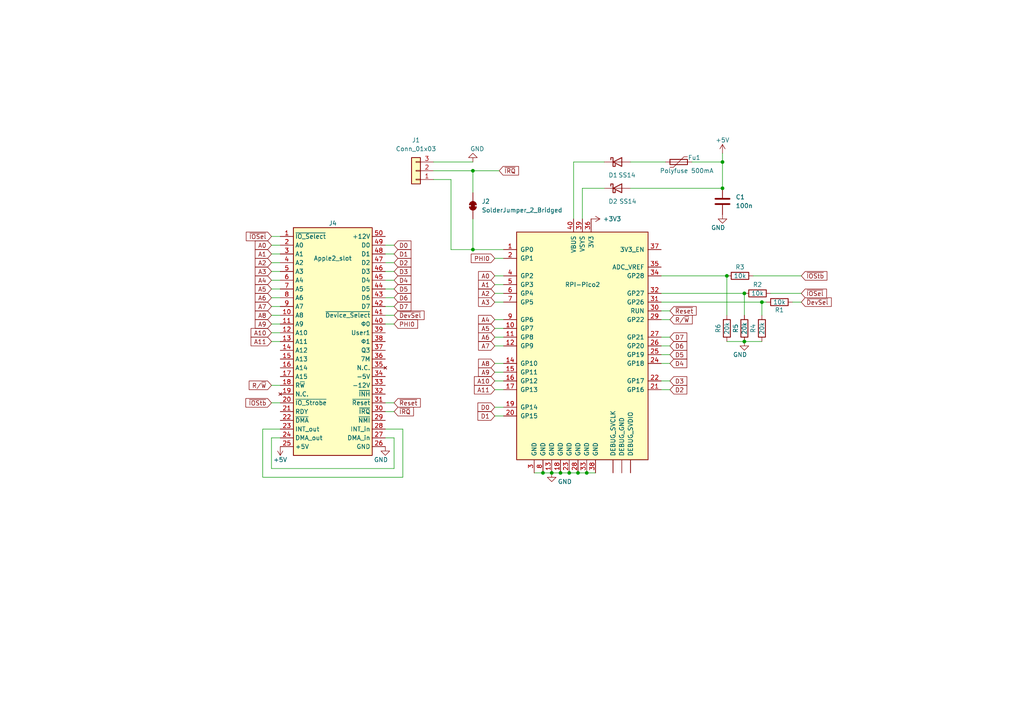
<source format=kicad_sch>
(kicad_sch
	(version 20231120)
	(generator "eeschema")
	(generator_version "8.0")
	(uuid "eaef1172-3351-417c-bfc4-74a598f141cb")
	(paper "A4")
	(title_block
		(title "A2Pico2Lite")
		(rev "2.7")
	)
	(lib_symbols
		(symbol "Connector_Generic:Conn_01x03"
			(pin_names
				(offset 1.016) hide)
			(exclude_from_sim no)
			(in_bom yes)
			(on_board yes)
			(property "Reference" "J"
				(at 0 5.08 0)
				(effects
					(font
						(size 1.27 1.27)
					)
				)
			)
			(property "Value" "Conn_01x03"
				(at 0 -5.08 0)
				(effects
					(font
						(size 1.27 1.27)
					)
				)
			)
			(property "Footprint" ""
				(at 0 0 0)
				(effects
					(font
						(size 1.27 1.27)
					)
					(hide yes)
				)
			)
			(property "Datasheet" "~"
				(at 0 0 0)
				(effects
					(font
						(size 1.27 1.27)
					)
					(hide yes)
				)
			)
			(property "Description" "Generic connector, single row, 01x03, script generated (kicad-library-utils/schlib/autogen/connector/)"
				(at 0 0 0)
				(effects
					(font
						(size 1.27 1.27)
					)
					(hide yes)
				)
			)
			(property "ki_keywords" "connector"
				(at 0 0 0)
				(effects
					(font
						(size 1.27 1.27)
					)
					(hide yes)
				)
			)
			(property "ki_fp_filters" "Connector*:*_1x??_*"
				(at 0 0 0)
				(effects
					(font
						(size 1.27 1.27)
					)
					(hide yes)
				)
			)
			(symbol "Conn_01x03_1_1"
				(rectangle
					(start -1.27 -2.413)
					(end 0 -2.667)
					(stroke
						(width 0.1524)
						(type default)
					)
					(fill
						(type none)
					)
				)
				(rectangle
					(start -1.27 0.127)
					(end 0 -0.127)
					(stroke
						(width 0.1524)
						(type default)
					)
					(fill
						(type none)
					)
				)
				(rectangle
					(start -1.27 2.667)
					(end 0 2.413)
					(stroke
						(width 0.1524)
						(type default)
					)
					(fill
						(type none)
					)
				)
				(rectangle
					(start -1.27 3.81)
					(end 1.27 -3.81)
					(stroke
						(width 0.254)
						(type default)
					)
					(fill
						(type background)
					)
				)
				(pin passive line
					(at -5.08 2.54 0)
					(length 3.81)
					(name "Pin_1"
						(effects
							(font
								(size 1.27 1.27)
							)
						)
					)
					(number "1"
						(effects
							(font
								(size 1.27 1.27)
							)
						)
					)
				)
				(pin passive line
					(at -5.08 0 0)
					(length 3.81)
					(name "Pin_2"
						(effects
							(font
								(size 1.27 1.27)
							)
						)
					)
					(number "2"
						(effects
							(font
								(size 1.27 1.27)
							)
						)
					)
				)
				(pin passive line
					(at -5.08 -2.54 0)
					(length 3.81)
					(name "Pin_3"
						(effects
							(font
								(size 1.27 1.27)
							)
						)
					)
					(number "3"
						(effects
							(font
								(size 1.27 1.27)
							)
						)
					)
				)
			)
		)
		(symbol "Device:C"
			(pin_numbers hide)
			(pin_names
				(offset 0.254)
			)
			(exclude_from_sim no)
			(in_bom yes)
			(on_board yes)
			(property "Reference" "C"
				(at 0.635 2.54 0)
				(effects
					(font
						(size 1.27 1.27)
					)
					(justify left)
				)
			)
			(property "Value" "C"
				(at 0.635 -2.54 0)
				(effects
					(font
						(size 1.27 1.27)
					)
					(justify left)
				)
			)
			(property "Footprint" ""
				(at 0.9652 -3.81 0)
				(effects
					(font
						(size 1.27 1.27)
					)
					(hide yes)
				)
			)
			(property "Datasheet" "~"
				(at 0 0 0)
				(effects
					(font
						(size 1.27 1.27)
					)
					(hide yes)
				)
			)
			(property "Description" "Unpolarized capacitor"
				(at 0 0 0)
				(effects
					(font
						(size 1.27 1.27)
					)
					(hide yes)
				)
			)
			(property "ki_keywords" "cap capacitor"
				(at 0 0 0)
				(effects
					(font
						(size 1.27 1.27)
					)
					(hide yes)
				)
			)
			(property "ki_fp_filters" "C_*"
				(at 0 0 0)
				(effects
					(font
						(size 1.27 1.27)
					)
					(hide yes)
				)
			)
			(symbol "C_0_1"
				(polyline
					(pts
						(xy -2.032 -0.762) (xy 2.032 -0.762)
					)
					(stroke
						(width 0.508)
						(type default)
					)
					(fill
						(type none)
					)
				)
				(polyline
					(pts
						(xy -2.032 0.762) (xy 2.032 0.762)
					)
					(stroke
						(width 0.508)
						(type default)
					)
					(fill
						(type none)
					)
				)
			)
			(symbol "C_1_1"
				(pin passive line
					(at 0 3.81 270)
					(length 2.794)
					(name "~"
						(effects
							(font
								(size 1.27 1.27)
							)
						)
					)
					(number "1"
						(effects
							(font
								(size 1.27 1.27)
							)
						)
					)
				)
				(pin passive line
					(at 0 -3.81 90)
					(length 2.794)
					(name "~"
						(effects
							(font
								(size 1.27 1.27)
							)
						)
					)
					(number "2"
						(effects
							(font
								(size 1.27 1.27)
							)
						)
					)
				)
			)
		)
		(symbol "Device:Polyfuse"
			(pin_numbers hide)
			(pin_names
				(offset 0)
			)
			(exclude_from_sim no)
			(in_bom yes)
			(on_board yes)
			(property "Reference" "F"
				(at -2.54 0 90)
				(effects
					(font
						(size 1.27 1.27)
					)
				)
			)
			(property "Value" "Polyfuse"
				(at 2.54 0 90)
				(effects
					(font
						(size 1.27 1.27)
					)
				)
			)
			(property "Footprint" ""
				(at 1.27 -5.08 0)
				(effects
					(font
						(size 1.27 1.27)
					)
					(justify left)
					(hide yes)
				)
			)
			(property "Datasheet" "~"
				(at 0 0 0)
				(effects
					(font
						(size 1.27 1.27)
					)
					(hide yes)
				)
			)
			(property "Description" "Resettable fuse, polymeric positive temperature coefficient"
				(at 0 0 0)
				(effects
					(font
						(size 1.27 1.27)
					)
					(hide yes)
				)
			)
			(property "ki_keywords" "resettable fuse PTC PPTC polyfuse polyswitch"
				(at 0 0 0)
				(effects
					(font
						(size 1.27 1.27)
					)
					(hide yes)
				)
			)
			(property "ki_fp_filters" "*polyfuse* *PTC*"
				(at 0 0 0)
				(effects
					(font
						(size 1.27 1.27)
					)
					(hide yes)
				)
			)
			(symbol "Polyfuse_0_1"
				(rectangle
					(start -0.762 2.54)
					(end 0.762 -2.54)
					(stroke
						(width 0.254)
						(type default)
					)
					(fill
						(type none)
					)
				)
				(polyline
					(pts
						(xy 0 2.54) (xy 0 -2.54)
					)
					(stroke
						(width 0)
						(type default)
					)
					(fill
						(type none)
					)
				)
				(polyline
					(pts
						(xy -1.524 2.54) (xy -1.524 1.524) (xy 1.524 -1.524) (xy 1.524 -2.54)
					)
					(stroke
						(width 0)
						(type default)
					)
					(fill
						(type none)
					)
				)
			)
			(symbol "Polyfuse_1_1"
				(pin passive line
					(at 0 3.81 270)
					(length 1.27)
					(name "~"
						(effects
							(font
								(size 1.27 1.27)
							)
						)
					)
					(number "1"
						(effects
							(font
								(size 1.27 1.27)
							)
						)
					)
				)
				(pin passive line
					(at 0 -3.81 90)
					(length 1.27)
					(name "~"
						(effects
							(font
								(size 1.27 1.27)
							)
						)
					)
					(number "2"
						(effects
							(font
								(size 1.27 1.27)
							)
						)
					)
				)
			)
		)
		(symbol "Device:R"
			(pin_numbers hide)
			(pin_names
				(offset 0)
			)
			(exclude_from_sim no)
			(in_bom yes)
			(on_board yes)
			(property "Reference" "R"
				(at 2.032 0 90)
				(effects
					(font
						(size 1.27 1.27)
					)
				)
			)
			(property "Value" "R"
				(at 0 0 90)
				(effects
					(font
						(size 1.27 1.27)
					)
				)
			)
			(property "Footprint" ""
				(at -1.778 0 90)
				(effects
					(font
						(size 1.27 1.27)
					)
					(hide yes)
				)
			)
			(property "Datasheet" "~"
				(at 0 0 0)
				(effects
					(font
						(size 1.27 1.27)
					)
					(hide yes)
				)
			)
			(property "Description" "Resistor"
				(at 0 0 0)
				(effects
					(font
						(size 1.27 1.27)
					)
					(hide yes)
				)
			)
			(property "ki_keywords" "R res resistor"
				(at 0 0 0)
				(effects
					(font
						(size 1.27 1.27)
					)
					(hide yes)
				)
			)
			(property "ki_fp_filters" "R_*"
				(at 0 0 0)
				(effects
					(font
						(size 1.27 1.27)
					)
					(hide yes)
				)
			)
			(symbol "R_0_1"
				(rectangle
					(start -1.016 -2.54)
					(end 1.016 2.54)
					(stroke
						(width 0.254)
						(type default)
					)
					(fill
						(type none)
					)
				)
			)
			(symbol "R_1_1"
				(pin passive line
					(at 0 3.81 270)
					(length 1.27)
					(name "~"
						(effects
							(font
								(size 1.27 1.27)
							)
						)
					)
					(number "1"
						(effects
							(font
								(size 1.27 1.27)
							)
						)
					)
				)
				(pin passive line
					(at 0 -3.81 90)
					(length 1.27)
					(name "~"
						(effects
							(font
								(size 1.27 1.27)
							)
						)
					)
					(number "2"
						(effects
							(font
								(size 1.27 1.27)
							)
						)
					)
				)
			)
		)
		(symbol "Diode:1N6857"
			(pin_numbers hide)
			(pin_names
				(offset 1.016) hide)
			(exclude_from_sim no)
			(in_bom yes)
			(on_board yes)
			(property "Reference" "D"
				(at 0 2.54 0)
				(effects
					(font
						(size 1.27 1.27)
					)
				)
			)
			(property "Value" "1N6857"
				(at 0 -2.54 0)
				(effects
					(font
						(size 1.27 1.27)
					)
				)
			)
			(property "Footprint" "Diode_THT:D_DO-35_SOD27_P7.62mm_Horizontal"
				(at 0 -4.445 0)
				(effects
					(font
						(size 1.27 1.27)
					)
					(hide yes)
				)
			)
			(property "Datasheet" "https://www.microsemi.com/document-portal/doc_download/8865-lds-0040-datasheet"
				(at 0 0 0)
				(effects
					(font
						(size 1.27 1.27)
					)
					(hide yes)
				)
			)
			(property "Description" "20V 150mA Schottky diode, DO-35"
				(at 0 0 0)
				(effects
					(font
						(size 1.27 1.27)
					)
					(hide yes)
				)
			)
			(property "ki_keywords" "diode Schottky"
				(at 0 0 0)
				(effects
					(font
						(size 1.27 1.27)
					)
					(hide yes)
				)
			)
			(property "ki_fp_filters" "D*DO?35*"
				(at 0 0 0)
				(effects
					(font
						(size 1.27 1.27)
					)
					(hide yes)
				)
			)
			(symbol "1N6857_0_1"
				(polyline
					(pts
						(xy 1.27 0) (xy -1.27 0)
					)
					(stroke
						(width 0)
						(type default)
					)
					(fill
						(type none)
					)
				)
				(polyline
					(pts
						(xy 1.27 1.27) (xy 1.27 -1.27) (xy -1.27 0) (xy 1.27 1.27)
					)
					(stroke
						(width 0.254)
						(type default)
					)
					(fill
						(type none)
					)
				)
				(polyline
					(pts
						(xy -1.905 0.635) (xy -1.905 1.27) (xy -1.27 1.27) (xy -1.27 -1.27) (xy -0.635 -1.27) (xy -0.635 -0.635)
					)
					(stroke
						(width 0.254)
						(type default)
					)
					(fill
						(type none)
					)
				)
			)
			(symbol "1N6857_1_1"
				(pin passive line
					(at -3.81 0 0)
					(length 2.54)
					(name "K"
						(effects
							(font
								(size 1.27 1.27)
							)
						)
					)
					(number "1"
						(effects
							(font
								(size 1.27 1.27)
							)
						)
					)
				)
				(pin passive line
					(at 3.81 0 180)
					(length 2.54)
					(name "A"
						(effects
							(font
								(size 1.27 1.27)
							)
						)
					)
					(number "2"
						(effects
							(font
								(size 1.27 1.27)
							)
						)
					)
				)
			)
		)
		(symbol "Jumper:SolderJumper_2_Bridged"
			(pin_numbers hide)
			(pin_names
				(offset 0) hide)
			(exclude_from_sim yes)
			(in_bom no)
			(on_board yes)
			(property "Reference" "JP"
				(at 0 2.032 0)
				(effects
					(font
						(size 1.27 1.27)
					)
				)
			)
			(property "Value" "SolderJumper_2_Bridged"
				(at 0 -2.54 0)
				(effects
					(font
						(size 1.27 1.27)
					)
				)
			)
			(property "Footprint" ""
				(at 0 0 0)
				(effects
					(font
						(size 1.27 1.27)
					)
					(hide yes)
				)
			)
			(property "Datasheet" "~"
				(at 0 0 0)
				(effects
					(font
						(size 1.27 1.27)
					)
					(hide yes)
				)
			)
			(property "Description" "Solder Jumper, 2-pole, closed/bridged"
				(at 0 0 0)
				(effects
					(font
						(size 1.27 1.27)
					)
					(hide yes)
				)
			)
			(property "ki_keywords" "solder jumper SPST"
				(at 0 0 0)
				(effects
					(font
						(size 1.27 1.27)
					)
					(hide yes)
				)
			)
			(property "ki_fp_filters" "SolderJumper*Bridged*"
				(at 0 0 0)
				(effects
					(font
						(size 1.27 1.27)
					)
					(hide yes)
				)
			)
			(symbol "SolderJumper_2_Bridged_0_1"
				(rectangle
					(start -0.508 0.508)
					(end 0.508 -0.508)
					(stroke
						(width 0)
						(type default)
					)
					(fill
						(type outline)
					)
				)
				(arc
					(start -0.254 1.016)
					(mid -1.2656 0)
					(end -0.254 -1.016)
					(stroke
						(width 0)
						(type default)
					)
					(fill
						(type none)
					)
				)
				(arc
					(start -0.254 1.016)
					(mid -1.2656 0)
					(end -0.254 -1.016)
					(stroke
						(width 0)
						(type default)
					)
					(fill
						(type outline)
					)
				)
				(polyline
					(pts
						(xy -0.254 1.016) (xy -0.254 -1.016)
					)
					(stroke
						(width 0)
						(type default)
					)
					(fill
						(type none)
					)
				)
				(polyline
					(pts
						(xy 0.254 1.016) (xy 0.254 -1.016)
					)
					(stroke
						(width 0)
						(type default)
					)
					(fill
						(type none)
					)
				)
				(arc
					(start 0.254 -1.016)
					(mid 1.2656 0)
					(end 0.254 1.016)
					(stroke
						(width 0)
						(type default)
					)
					(fill
						(type none)
					)
				)
				(arc
					(start 0.254 -1.016)
					(mid 1.2656 0)
					(end 0.254 1.016)
					(stroke
						(width 0)
						(type default)
					)
					(fill
						(type outline)
					)
				)
			)
			(symbol "SolderJumper_2_Bridged_1_1"
				(pin passive line
					(at -3.81 0 0)
					(length 2.54)
					(name "A"
						(effects
							(font
								(size 1.27 1.27)
							)
						)
					)
					(number "1"
						(effects
							(font
								(size 1.27 1.27)
							)
						)
					)
				)
				(pin passive line
					(at 3.81 0 180)
					(length 2.54)
					(name "B"
						(effects
							(font
								(size 1.27 1.27)
							)
						)
					)
					(number "2"
						(effects
							(font
								(size 1.27 1.27)
							)
						)
					)
				)
			)
		)
		(symbol "MCU_Microchip_PIC16:RPI-Pico"
			(pin_names
				(offset 1.016)
			)
			(exclude_from_sim no)
			(in_bom yes)
			(on_board yes)
			(property "Reference" "U"
				(at 6.35 35.56 0)
				(effects
					(font
						(size 1.27 1.27)
					)
					(justify left)
				)
			)
			(property "Value" "RPI-Pico"
				(at 6.35 33.02 0)
				(effects
					(font
						(size 1.27 1.27)
					)
					(justify left)
				)
			)
			(property "Footprint" ""
				(at 0 0 0)
				(effects
					(font
						(size 1.27 1.27)
						(italic yes)
					)
					(hide yes)
				)
			)
			(property "Datasheet" "RPI-Pico"
				(at 0 0 0)
				(effects
					(font
						(size 1.27 1.27)
					)
					(hide yes)
				)
			)
			(property "Description" "4K Flash, 192B SRAM, ADC, PWM, DIP40"
				(at 0 0 0)
				(effects
					(font
						(size 1.27 1.27)
					)
					(hide yes)
				)
			)
			(property "ki_keywords" "Flash-Based 8-Bit Microcontroller"
				(at 0 0 0)
				(effects
					(font
						(size 1.27 1.27)
					)
					(hide yes)
				)
			)
			(property "ki_fp_filters" "DIP* PDIP*"
				(at 0 0 0)
				(effects
					(font
						(size 1.27 1.27)
					)
					(hide yes)
				)
			)
			(symbol "RPI-Pico_0_1"
				(rectangle
					(start -19.05 -34.29)
					(end 19.05 31.75)
					(stroke
						(width 0.254)
						(type default)
					)
					(fill
						(type background)
					)
				)
			)
			(symbol "RPI-Pico_1_1"
				(pin power_in line
					(at 11.43 -38.1 90)
					(length 3.81)
					(name "DEBUG_GND"
						(effects
							(font
								(size 1.27 1.27)
							)
						)
					)
					(number ""
						(effects
							(font
								(size 1.27 1.27)
							)
						)
					)
				)
				(pin bidirectional line
					(at 8.89 -38.1 90)
					(length 3.81)
					(name "DEBUG_SVCLK"
						(effects
							(font
								(size 1.27 1.27)
							)
						)
					)
					(number ""
						(effects
							(font
								(size 1.27 1.27)
							)
						)
					)
				)
				(pin bidirectional line
					(at 13.97 -38.1 90)
					(length 3.81)
					(name "DEBUG_SVDIO"
						(effects
							(font
								(size 1.27 1.27)
							)
						)
					)
					(number ""
						(effects
							(font
								(size 1.27 1.27)
							)
						)
					)
				)
				(pin bidirectional line
					(at -22.86 26.67 0)
					(length 3.81)
					(name "GP0"
						(effects
							(font
								(size 1.27 1.27)
							)
						)
					)
					(number "1"
						(effects
							(font
								(size 1.27 1.27)
							)
						)
					)
				)
				(pin bidirectional line
					(at -22.86 3.81 0)
					(length 3.81)
					(name "GP7"
						(effects
							(font
								(size 1.27 1.27)
							)
						)
					)
					(number "10"
						(effects
							(font
								(size 1.27 1.27)
							)
						)
					)
				)
				(pin bidirectional line
					(at -22.86 1.27 0)
					(length 3.81)
					(name "GP8"
						(effects
							(font
								(size 1.27 1.27)
							)
						)
					)
					(number "11"
						(effects
							(font
								(size 1.27 1.27)
							)
						)
					)
				)
				(pin bidirectional line
					(at -22.86 -1.27 0)
					(length 3.81)
					(name "GP9"
						(effects
							(font
								(size 1.27 1.27)
							)
						)
					)
					(number "12"
						(effects
							(font
								(size 1.27 1.27)
							)
						)
					)
				)
				(pin power_in line
					(at -8.89 -38.1 90)
					(length 3.81)
					(name "GND"
						(effects
							(font
								(size 1.27 1.27)
							)
						)
					)
					(number "13"
						(effects
							(font
								(size 1.27 1.27)
							)
						)
					)
				)
				(pin bidirectional line
					(at -22.86 -6.35 0)
					(length 3.81)
					(name "GP10"
						(effects
							(font
								(size 1.27 1.27)
							)
						)
					)
					(number "14"
						(effects
							(font
								(size 1.27 1.27)
							)
						)
					)
				)
				(pin bidirectional line
					(at -22.86 -8.89 0)
					(length 3.81)
					(name "GP11"
						(effects
							(font
								(size 1.27 1.27)
							)
						)
					)
					(number "15"
						(effects
							(font
								(size 1.27 1.27)
							)
						)
					)
				)
				(pin bidirectional line
					(at -22.86 -11.43 0)
					(length 3.81)
					(name "GP12"
						(effects
							(font
								(size 1.27 1.27)
							)
						)
					)
					(number "16"
						(effects
							(font
								(size 1.27 1.27)
							)
						)
					)
				)
				(pin bidirectional line
					(at -22.86 -13.97 0)
					(length 3.81)
					(name "GP13"
						(effects
							(font
								(size 1.27 1.27)
							)
						)
					)
					(number "17"
						(effects
							(font
								(size 1.27 1.27)
							)
						)
					)
				)
				(pin power_in line
					(at -6.35 -38.1 90)
					(length 3.81)
					(name "GND"
						(effects
							(font
								(size 1.27 1.27)
							)
						)
					)
					(number "18"
						(effects
							(font
								(size 1.27 1.27)
							)
						)
					)
				)
				(pin bidirectional line
					(at -22.86 -19.05 0)
					(length 3.81)
					(name "GP14"
						(effects
							(font
								(size 1.27 1.27)
							)
						)
					)
					(number "19"
						(effects
							(font
								(size 1.27 1.27)
							)
						)
					)
				)
				(pin bidirectional line
					(at -22.86 24.13 0)
					(length 3.81)
					(name "GP1"
						(effects
							(font
								(size 1.27 1.27)
							)
						)
					)
					(number "2"
						(effects
							(font
								(size 1.27 1.27)
							)
						)
					)
				)
				(pin bidirectional line
					(at -22.86 -21.59 0)
					(length 3.81)
					(name "GP15"
						(effects
							(font
								(size 1.27 1.27)
							)
						)
					)
					(number "20"
						(effects
							(font
								(size 1.27 1.27)
							)
						)
					)
				)
				(pin bidirectional line
					(at 22.86 -13.97 180)
					(length 3.81)
					(name "GP16"
						(effects
							(font
								(size 1.27 1.27)
							)
						)
					)
					(number "21"
						(effects
							(font
								(size 1.27 1.27)
							)
						)
					)
				)
				(pin bidirectional line
					(at 22.86 -11.43 180)
					(length 3.81)
					(name "GP17"
						(effects
							(font
								(size 1.27 1.27)
							)
						)
					)
					(number "22"
						(effects
							(font
								(size 1.27 1.27)
							)
						)
					)
				)
				(pin power_in line
					(at -3.81 -38.1 90)
					(length 3.81)
					(name "GND"
						(effects
							(font
								(size 1.27 1.27)
							)
						)
					)
					(number "23"
						(effects
							(font
								(size 1.27 1.27)
							)
						)
					)
				)
				(pin bidirectional line
					(at 22.86 -6.35 180)
					(length 3.81)
					(name "GP18"
						(effects
							(font
								(size 1.27 1.27)
							)
						)
					)
					(number "24"
						(effects
							(font
								(size 1.27 1.27)
							)
						)
					)
				)
				(pin bidirectional line
					(at 22.86 -3.81 180)
					(length 3.81)
					(name "GP19"
						(effects
							(font
								(size 1.27 1.27)
							)
						)
					)
					(number "25"
						(effects
							(font
								(size 1.27 1.27)
							)
						)
					)
				)
				(pin bidirectional line
					(at 22.86 -1.27 180)
					(length 3.81)
					(name "GP20"
						(effects
							(font
								(size 1.27 1.27)
							)
						)
					)
					(number "26"
						(effects
							(font
								(size 1.27 1.27)
							)
						)
					)
				)
				(pin bidirectional line
					(at 22.86 1.27 180)
					(length 3.81)
					(name "GP21"
						(effects
							(font
								(size 1.27 1.27)
							)
						)
					)
					(number "27"
						(effects
							(font
								(size 1.27 1.27)
							)
						)
					)
				)
				(pin power_in line
					(at -1.27 -38.1 90)
					(length 3.81)
					(name "GND"
						(effects
							(font
								(size 1.27 1.27)
							)
						)
					)
					(number "28"
						(effects
							(font
								(size 1.27 1.27)
							)
						)
					)
				)
				(pin bidirectional line
					(at 22.86 6.35 180)
					(length 3.81)
					(name "GP22"
						(effects
							(font
								(size 1.27 1.27)
							)
						)
					)
					(number "29"
						(effects
							(font
								(size 1.27 1.27)
							)
						)
					)
				)
				(pin power_in line
					(at -13.97 -38.1 90)
					(length 3.81)
					(name "GND"
						(effects
							(font
								(size 1.27 1.27)
							)
						)
					)
					(number "3"
						(effects
							(font
								(size 1.27 1.27)
							)
						)
					)
				)
				(pin bidirectional line
					(at 22.86 8.89 180)
					(length 3.81)
					(name "RUN"
						(effects
							(font
								(size 1.27 1.27)
							)
						)
					)
					(number "30"
						(effects
							(font
								(size 1.27 1.27)
							)
						)
					)
				)
				(pin bidirectional line
					(at 22.86 11.43 180)
					(length 3.81)
					(name "GP26"
						(effects
							(font
								(size 1.27 1.27)
							)
						)
					)
					(number "31"
						(effects
							(font
								(size 1.27 1.27)
							)
						)
					)
				)
				(pin bidirectional line
					(at 22.86 13.97 180)
					(length 3.81)
					(name "GP27"
						(effects
							(font
								(size 1.27 1.27)
							)
						)
					)
					(number "32"
						(effects
							(font
								(size 1.27 1.27)
							)
						)
					)
				)
				(pin power_in line
					(at 1.27 -38.1 90)
					(length 3.81)
					(name "GND"
						(effects
							(font
								(size 1.27 1.27)
							)
						)
					)
					(number "33"
						(effects
							(font
								(size 1.27 1.27)
							)
						)
					)
				)
				(pin bidirectional line
					(at 22.86 19.05 180)
					(length 3.81)
					(name "GP28"
						(effects
							(font
								(size 1.27 1.27)
							)
						)
					)
					(number "34"
						(effects
							(font
								(size 1.27 1.27)
							)
						)
					)
				)
				(pin bidirectional line
					(at 22.86 21.59 180)
					(length 3.81)
					(name "ADC_VREF"
						(effects
							(font
								(size 1.27 1.27)
							)
						)
					)
					(number "35"
						(effects
							(font
								(size 1.27 1.27)
							)
						)
					)
				)
				(pin power_in line
					(at 2.54 35.56 270)
					(length 3.81)
					(name "3V3"
						(effects
							(font
								(size 1.27 1.27)
							)
						)
					)
					(number "36"
						(effects
							(font
								(size 1.27 1.27)
							)
						)
					)
				)
				(pin bidirectional line
					(at 22.86 26.67 180)
					(length 3.81)
					(name "3V3_EN"
						(effects
							(font
								(size 1.27 1.27)
							)
						)
					)
					(number "37"
						(effects
							(font
								(size 1.27 1.27)
							)
						)
					)
				)
				(pin power_in line
					(at 3.81 -38.1 90)
					(length 3.81)
					(name "GND"
						(effects
							(font
								(size 1.27 1.27)
							)
						)
					)
					(number "38"
						(effects
							(font
								(size 1.27 1.27)
							)
						)
					)
				)
				(pin power_in line
					(at 0 35.56 270)
					(length 3.81)
					(name "VSYS"
						(effects
							(font
								(size 1.27 1.27)
							)
						)
					)
					(number "39"
						(effects
							(font
								(size 1.27 1.27)
							)
						)
					)
				)
				(pin bidirectional line
					(at -22.86 19.05 0)
					(length 3.81)
					(name "GP2"
						(effects
							(font
								(size 1.27 1.27)
							)
						)
					)
					(number "4"
						(effects
							(font
								(size 1.27 1.27)
							)
						)
					)
				)
				(pin power_in line
					(at -2.54 35.56 270)
					(length 3.81)
					(name "VBUS"
						(effects
							(font
								(size 1.27 1.27)
							)
						)
					)
					(number "40"
						(effects
							(font
								(size 1.27 1.27)
							)
						)
					)
				)
				(pin bidirectional line
					(at -22.86 16.51 0)
					(length 3.81)
					(name "GP3"
						(effects
							(font
								(size 1.27 1.27)
							)
						)
					)
					(number "5"
						(effects
							(font
								(size 1.27 1.27)
							)
						)
					)
				)
				(pin bidirectional line
					(at -22.86 13.97 0)
					(length 3.81)
					(name "GP4"
						(effects
							(font
								(size 1.27 1.27)
							)
						)
					)
					(number "6"
						(effects
							(font
								(size 1.27 1.27)
							)
						)
					)
				)
				(pin bidirectional line
					(at -22.86 11.43 0)
					(length 3.81)
					(name "GP5"
						(effects
							(font
								(size 1.27 1.27)
							)
						)
					)
					(number "7"
						(effects
							(font
								(size 1.27 1.27)
							)
						)
					)
				)
				(pin power_in line
					(at -11.43 -38.1 90)
					(length 3.81)
					(name "GND"
						(effects
							(font
								(size 1.27 1.27)
							)
						)
					)
					(number "8"
						(effects
							(font
								(size 1.27 1.27)
							)
						)
					)
				)
				(pin bidirectional line
					(at -22.86 6.35 0)
					(length 3.81)
					(name "GP6"
						(effects
							(font
								(size 1.27 1.27)
							)
						)
					)
					(number "9"
						(effects
							(font
								(size 1.27 1.27)
							)
						)
					)
				)
			)
		)
		(symbol "Ralle_Library:Apple2_edge_connector"
			(exclude_from_sim no)
			(in_bom yes)
			(on_board yes)
			(property "Reference" "CON"
				(at 0 0 0)
				(effects
					(font
						(size 1.27 1.27)
					)
				)
			)
			(property "Value" "Apple2_edge_connector"
				(at 0 -34.29 0)
				(effects
					(font
						(size 1.27 1.27)
					)
				)
			)
			(property "Footprint" ""
				(at 0 0 0)
				(effects
					(font
						(size 1.27 1.27)
					)
					(hide yes)
				)
			)
			(property "Datasheet" ""
				(at 0 0 0)
				(effects
					(font
						(size 1.27 1.27)
					)
					(hide yes)
				)
			)
			(property "Description" ""
				(at 0 0 0)
				(effects
					(font
						(size 1.27 1.27)
					)
					(hide yes)
				)
			)
			(symbol "Apple2_edge_connector_0_1"
				(rectangle
					(start -11.43 33.02)
					(end 11.43 -33.02)
					(stroke
						(width 0.254)
						(type default)
					)
					(fill
						(type background)
					)
				)
			)
			(symbol "Apple2_edge_connector_1_1"
				(pin output line
					(at -15.24 30.48 0)
					(length 3.81)
					(name "~{IO_Select}"
						(effects
							(font
								(size 1.27 1.27)
							)
						)
					)
					(number "1"
						(effects
							(font
								(size 1.27 1.27)
							)
						)
					)
				)
				(pin input line
					(at -15.24 7.62 0)
					(length 3.81)
					(name "A8"
						(effects
							(font
								(size 1.27 1.27)
							)
						)
					)
					(number "10"
						(effects
							(font
								(size 1.27 1.27)
							)
						)
					)
				)
				(pin input line
					(at -15.24 5.08 0)
					(length 3.81)
					(name "A9"
						(effects
							(font
								(size 1.27 1.27)
							)
						)
					)
					(number "11"
						(effects
							(font
								(size 1.27 1.27)
							)
						)
					)
				)
				(pin input line
					(at -15.24 2.54 0)
					(length 3.81)
					(name "A10"
						(effects
							(font
								(size 1.27 1.27)
							)
						)
					)
					(number "12"
						(effects
							(font
								(size 1.27 1.27)
							)
						)
					)
				)
				(pin input line
					(at -15.24 0 0)
					(length 3.81)
					(name "A11"
						(effects
							(font
								(size 1.27 1.27)
							)
						)
					)
					(number "13"
						(effects
							(font
								(size 1.27 1.27)
							)
						)
					)
				)
				(pin input line
					(at -15.24 -2.54 0)
					(length 3.81)
					(name "A12"
						(effects
							(font
								(size 1.27 1.27)
							)
						)
					)
					(number "14"
						(effects
							(font
								(size 1.27 1.27)
							)
						)
					)
				)
				(pin input line
					(at -15.24 -5.08 0)
					(length 3.81)
					(name "A13"
						(effects
							(font
								(size 1.27 1.27)
							)
						)
					)
					(number "15"
						(effects
							(font
								(size 1.27 1.27)
							)
						)
					)
				)
				(pin input line
					(at -15.24 -7.62 0)
					(length 3.81)
					(name "A14"
						(effects
							(font
								(size 1.27 1.27)
							)
						)
					)
					(number "16"
						(effects
							(font
								(size 1.27 1.27)
							)
						)
					)
				)
				(pin input line
					(at -15.24 -10.16 0)
					(length 3.81)
					(name "A15"
						(effects
							(font
								(size 1.27 1.27)
							)
						)
					)
					(number "17"
						(effects
							(font
								(size 1.27 1.27)
							)
						)
					)
				)
				(pin input line
					(at -15.24 -12.7 0)
					(length 3.81)
					(name "R~{W}"
						(effects
							(font
								(size 1.27 1.27)
							)
						)
					)
					(number "18"
						(effects
							(font
								(size 1.27 1.27)
							)
						)
					)
				)
				(pin no_connect line
					(at -15.24 -15.24 0)
					(length 3.81)
					(name "N.C."
						(effects
							(font
								(size 1.27 1.27)
							)
						)
					)
					(number "19"
						(effects
							(font
								(size 1.27 1.27)
							)
						)
					)
				)
				(pin input line
					(at -15.24 27.94 0)
					(length 3.81)
					(name "A0"
						(effects
							(font
								(size 1.27 1.27)
							)
						)
					)
					(number "2"
						(effects
							(font
								(size 1.27 1.27)
							)
						)
					)
				)
				(pin input line
					(at -15.24 -17.78 0)
					(length 3.81)
					(name "~{IO_Strobe}"
						(effects
							(font
								(size 1.27 1.27)
							)
						)
					)
					(number "20"
						(effects
							(font
								(size 1.27 1.27)
							)
						)
					)
				)
				(pin input line
					(at -15.24 -20.32 0)
					(length 3.81)
					(name "RDY"
						(effects
							(font
								(size 1.27 1.27)
							)
						)
					)
					(number "21"
						(effects
							(font
								(size 1.27 1.27)
							)
						)
					)
				)
				(pin bidirectional line
					(at -15.24 -22.86 0)
					(length 3.81)
					(name "~{DMA}"
						(effects
							(font
								(size 1.27 1.27)
							)
						)
					)
					(number "22"
						(effects
							(font
								(size 1.27 1.27)
							)
						)
					)
				)
				(pin input line
					(at -15.24 -25.4 0)
					(length 3.81)
					(name "INT_out"
						(effects
							(font
								(size 1.27 1.27)
							)
						)
					)
					(number "23"
						(effects
							(font
								(size 1.27 1.27)
							)
						)
					)
				)
				(pin input line
					(at -15.24 -27.94 0)
					(length 3.81)
					(name "DMA_out"
						(effects
							(font
								(size 1.27 1.27)
							)
						)
					)
					(number "24"
						(effects
							(font
								(size 1.27 1.27)
							)
						)
					)
				)
				(pin power_in line
					(at -15.24 -30.48 0)
					(length 3.81)
					(name "+5V"
						(effects
							(font
								(size 1.27 1.27)
							)
						)
					)
					(number "25"
						(effects
							(font
								(size 1.27 1.27)
							)
						)
					)
				)
				(pin passive line
					(at 15.24 -30.48 180)
					(length 3.81)
					(name "GND"
						(effects
							(font
								(size 1.27 1.27)
							)
						)
					)
					(number "26"
						(effects
							(font
								(size 1.27 1.27)
							)
						)
					)
				)
				(pin output line
					(at 15.24 -27.94 180)
					(length 3.81)
					(name "DMA_in"
						(effects
							(font
								(size 1.27 1.27)
							)
						)
					)
					(number "27"
						(effects
							(font
								(size 1.27 1.27)
							)
						)
					)
				)
				(pin output line
					(at 15.24 -25.4 180)
					(length 3.81)
					(name "INT_in"
						(effects
							(font
								(size 1.27 1.27)
							)
						)
					)
					(number "28"
						(effects
							(font
								(size 1.27 1.27)
							)
						)
					)
				)
				(pin output line
					(at 15.24 -22.86 180)
					(length 3.81)
					(name "~{NMI}"
						(effects
							(font
								(size 1.27 1.27)
							)
						)
					)
					(number "29"
						(effects
							(font
								(size 1.27 1.27)
							)
						)
					)
				)
				(pin input line
					(at -15.24 25.4 0)
					(length 3.81)
					(name "A1"
						(effects
							(font
								(size 1.27 1.27)
							)
						)
					)
					(number "3"
						(effects
							(font
								(size 1.27 1.27)
							)
						)
					)
				)
				(pin output line
					(at 15.24 -20.32 180)
					(length 3.81)
					(name "~{IRQ}"
						(effects
							(font
								(size 1.27 1.27)
							)
						)
					)
					(number "30"
						(effects
							(font
								(size 1.27 1.27)
							)
						)
					)
				)
				(pin bidirectional line
					(at 15.24 -17.78 180)
					(length 3.81)
					(name "~{Reset}"
						(effects
							(font
								(size 1.27 1.27)
							)
						)
					)
					(number "31"
						(effects
							(font
								(size 1.27 1.27)
							)
						)
					)
				)
				(pin input line
					(at 15.24 -15.24 180)
					(length 3.81)
					(name "~{INH}"
						(effects
							(font
								(size 1.27 1.27)
							)
						)
					)
					(number "32"
						(effects
							(font
								(size 1.27 1.27)
							)
						)
					)
				)
				(pin power_in line
					(at 15.24 -12.7 180)
					(length 3.81)
					(name "-12V"
						(effects
							(font
								(size 1.27 1.27)
							)
						)
					)
					(number "33"
						(effects
							(font
								(size 1.27 1.27)
							)
						)
					)
				)
				(pin power_in line
					(at 15.24 -10.16 180)
					(length 3.81)
					(name "-5V"
						(effects
							(font
								(size 1.27 1.27)
							)
						)
					)
					(number "34"
						(effects
							(font
								(size 1.27 1.27)
							)
						)
					)
				)
				(pin no_connect line
					(at 15.24 -7.62 180)
					(length 3.81)
					(name "N.C."
						(effects
							(font
								(size 1.27 1.27)
							)
						)
					)
					(number "35"
						(effects
							(font
								(size 1.27 1.27)
							)
						)
					)
				)
				(pin input line
					(at 15.24 -5.08 180)
					(length 3.81)
					(name "7M"
						(effects
							(font
								(size 1.27 1.27)
							)
						)
					)
					(number "36"
						(effects
							(font
								(size 1.27 1.27)
							)
						)
					)
				)
				(pin input line
					(at 15.24 -2.54 180)
					(length 3.81)
					(name "Q3"
						(effects
							(font
								(size 1.27 1.27)
							)
						)
					)
					(number "37"
						(effects
							(font
								(size 1.27 1.27)
							)
						)
					)
				)
				(pin input line
					(at 15.24 0 180)
					(length 3.81)
					(name "Ф1"
						(effects
							(font
								(size 1.27 1.27)
							)
						)
					)
					(number "38"
						(effects
							(font
								(size 1.27 1.27)
							)
						)
					)
				)
				(pin bidirectional line
					(at 15.24 2.54 180)
					(length 3.81)
					(name "User1"
						(effects
							(font
								(size 1.27 1.27)
							)
						)
					)
					(number "39"
						(effects
							(font
								(size 1.27 1.27)
							)
						)
					)
				)
				(pin input line
					(at -15.24 22.86 0)
					(length 3.81)
					(name "A2"
						(effects
							(font
								(size 1.27 1.27)
							)
						)
					)
					(number "4"
						(effects
							(font
								(size 1.27 1.27)
							)
						)
					)
				)
				(pin input line
					(at 15.24 5.08 180)
					(length 3.81)
					(name "Ф0"
						(effects
							(font
								(size 1.27 1.27)
							)
						)
					)
					(number "40"
						(effects
							(font
								(size 1.27 1.27)
							)
						)
					)
				)
				(pin input line
					(at 15.24 7.62 180)
					(length 3.81)
					(name "~{Device_Select}"
						(effects
							(font
								(size 1.27 1.27)
							)
						)
					)
					(number "41"
						(effects
							(font
								(size 1.27 1.27)
							)
						)
					)
				)
				(pin bidirectional line
					(at 15.24 10.16 180)
					(length 3.81)
					(name "D7"
						(effects
							(font
								(size 1.27 1.27)
							)
						)
					)
					(number "42"
						(effects
							(font
								(size 1.27 1.27)
							)
						)
					)
				)
				(pin bidirectional line
					(at 15.24 12.7 180)
					(length 3.81)
					(name "D6"
						(effects
							(font
								(size 1.27 1.27)
							)
						)
					)
					(number "43"
						(effects
							(font
								(size 1.27 1.27)
							)
						)
					)
				)
				(pin bidirectional line
					(at 15.24 15.24 180)
					(length 3.81)
					(name "D5"
						(effects
							(font
								(size 1.27 1.27)
							)
						)
					)
					(number "44"
						(effects
							(font
								(size 1.27 1.27)
							)
						)
					)
				)
				(pin bidirectional line
					(at 15.24 17.78 180)
					(length 3.81)
					(name "D4"
						(effects
							(font
								(size 1.27 1.27)
							)
						)
					)
					(number "45"
						(effects
							(font
								(size 1.27 1.27)
							)
						)
					)
				)
				(pin bidirectional line
					(at 15.24 20.32 180)
					(length 3.81)
					(name "D3"
						(effects
							(font
								(size 1.27 1.27)
							)
						)
					)
					(number "46"
						(effects
							(font
								(size 1.27 1.27)
							)
						)
					)
				)
				(pin bidirectional line
					(at 15.24 22.86 180)
					(length 3.81)
					(name "D2"
						(effects
							(font
								(size 1.27 1.27)
							)
						)
					)
					(number "47"
						(effects
							(font
								(size 1.27 1.27)
							)
						)
					)
				)
				(pin bidirectional line
					(at 15.24 25.4 180)
					(length 3.81)
					(name "D1"
						(effects
							(font
								(size 1.27 1.27)
							)
						)
					)
					(number "48"
						(effects
							(font
								(size 1.27 1.27)
							)
						)
					)
				)
				(pin bidirectional line
					(at 15.24 27.94 180)
					(length 3.81)
					(name "D0"
						(effects
							(font
								(size 1.27 1.27)
							)
						)
					)
					(number "49"
						(effects
							(font
								(size 1.27 1.27)
							)
						)
					)
				)
				(pin input line
					(at -15.24 20.32 0)
					(length 3.81)
					(name "A3"
						(effects
							(font
								(size 1.27 1.27)
							)
						)
					)
					(number "5"
						(effects
							(font
								(size 1.27 1.27)
							)
						)
					)
				)
				(pin power_in line
					(at 15.24 30.48 180)
					(length 3.81)
					(name "+12V"
						(effects
							(font
								(size 1.27 1.27)
							)
						)
					)
					(number "50"
						(effects
							(font
								(size 1.27 1.27)
							)
						)
					)
				)
				(pin input line
					(at -15.24 17.78 0)
					(length 3.81)
					(name "A4"
						(effects
							(font
								(size 1.27 1.27)
							)
						)
					)
					(number "6"
						(effects
							(font
								(size 1.27 1.27)
							)
						)
					)
				)
				(pin input line
					(at -15.24 15.24 0)
					(length 3.81)
					(name "A5"
						(effects
							(font
								(size 1.27 1.27)
							)
						)
					)
					(number "7"
						(effects
							(font
								(size 1.27 1.27)
							)
						)
					)
				)
				(pin input line
					(at -15.24 12.7 0)
					(length 3.81)
					(name "A6"
						(effects
							(font
								(size 1.27 1.27)
							)
						)
					)
					(number "8"
						(effects
							(font
								(size 1.27 1.27)
							)
						)
					)
				)
				(pin input line
					(at -15.24 10.16 0)
					(length 3.81)
					(name "A7"
						(effects
							(font
								(size 1.27 1.27)
							)
						)
					)
					(number "9"
						(effects
							(font
								(size 1.27 1.27)
							)
						)
					)
				)
			)
		)
		(symbol "power:+3V3"
			(power)
			(pin_names
				(offset 0)
			)
			(exclude_from_sim no)
			(in_bom yes)
			(on_board yes)
			(property "Reference" "#PWR"
				(at 0 -3.81 0)
				(effects
					(font
						(size 1.27 1.27)
					)
					(hide yes)
				)
			)
			(property "Value" "+3V3"
				(at 0 3.556 0)
				(effects
					(font
						(size 1.27 1.27)
					)
				)
			)
			(property "Footprint" ""
				(at 0 0 0)
				(effects
					(font
						(size 1.27 1.27)
					)
					(hide yes)
				)
			)
			(property "Datasheet" ""
				(at 0 0 0)
				(effects
					(font
						(size 1.27 1.27)
					)
					(hide yes)
				)
			)
			(property "Description" "Power symbol creates a global label with name \"+3V3\""
				(at 0 0 0)
				(effects
					(font
						(size 1.27 1.27)
					)
					(hide yes)
				)
			)
			(property "ki_keywords" "power-flag"
				(at 0 0 0)
				(effects
					(font
						(size 1.27 1.27)
					)
					(hide yes)
				)
			)
			(symbol "+3V3_0_1"
				(polyline
					(pts
						(xy -0.762 1.27) (xy 0 2.54)
					)
					(stroke
						(width 0)
						(type default)
					)
					(fill
						(type none)
					)
				)
				(polyline
					(pts
						(xy 0 0) (xy 0 2.54)
					)
					(stroke
						(width 0)
						(type default)
					)
					(fill
						(type none)
					)
				)
				(polyline
					(pts
						(xy 0 2.54) (xy 0.762 1.27)
					)
					(stroke
						(width 0)
						(type default)
					)
					(fill
						(type none)
					)
				)
			)
			(symbol "+3V3_1_1"
				(pin power_in line
					(at 0 0 90)
					(length 0) hide
					(name "+3V3"
						(effects
							(font
								(size 1.27 1.27)
							)
						)
					)
					(number "1"
						(effects
							(font
								(size 1.27 1.27)
							)
						)
					)
				)
			)
		)
		(symbol "power:+5V"
			(power)
			(pin_names
				(offset 0)
			)
			(exclude_from_sim no)
			(in_bom yes)
			(on_board yes)
			(property "Reference" "#PWR"
				(at 0 -3.81 0)
				(effects
					(font
						(size 1.27 1.27)
					)
					(hide yes)
				)
			)
			(property "Value" "+5V"
				(at 0 3.556 0)
				(effects
					(font
						(size 1.27 1.27)
					)
				)
			)
			(property "Footprint" ""
				(at 0 0 0)
				(effects
					(font
						(size 1.27 1.27)
					)
					(hide yes)
				)
			)
			(property "Datasheet" ""
				(at 0 0 0)
				(effects
					(font
						(size 1.27 1.27)
					)
					(hide yes)
				)
			)
			(property "Description" "Power symbol creates a global label with name \"+5V\""
				(at 0 0 0)
				(effects
					(font
						(size 1.27 1.27)
					)
					(hide yes)
				)
			)
			(property "ki_keywords" "power-flag"
				(at 0 0 0)
				(effects
					(font
						(size 1.27 1.27)
					)
					(hide yes)
				)
			)
			(symbol "+5V_0_1"
				(polyline
					(pts
						(xy -0.762 1.27) (xy 0 2.54)
					)
					(stroke
						(width 0)
						(type default)
					)
					(fill
						(type none)
					)
				)
				(polyline
					(pts
						(xy 0 0) (xy 0 2.54)
					)
					(stroke
						(width 0)
						(type default)
					)
					(fill
						(type none)
					)
				)
				(polyline
					(pts
						(xy 0 2.54) (xy 0.762 1.27)
					)
					(stroke
						(width 0)
						(type default)
					)
					(fill
						(type none)
					)
				)
			)
			(symbol "+5V_1_1"
				(pin power_in line
					(at 0 0 90)
					(length 0) hide
					(name "+5V"
						(effects
							(font
								(size 1.27 1.27)
							)
						)
					)
					(number "1"
						(effects
							(font
								(size 1.27 1.27)
							)
						)
					)
				)
			)
		)
		(symbol "power:GND"
			(power)
			(pin_names
				(offset 0)
			)
			(exclude_from_sim no)
			(in_bom yes)
			(on_board yes)
			(property "Reference" "#PWR"
				(at 0 -6.35 0)
				(effects
					(font
						(size 1.27 1.27)
					)
					(hide yes)
				)
			)
			(property "Value" "GND"
				(at 0 -3.81 0)
				(effects
					(font
						(size 1.27 1.27)
					)
				)
			)
			(property "Footprint" ""
				(at 0 0 0)
				(effects
					(font
						(size 1.27 1.27)
					)
					(hide yes)
				)
			)
			(property "Datasheet" ""
				(at 0 0 0)
				(effects
					(font
						(size 1.27 1.27)
					)
					(hide yes)
				)
			)
			(property "Description" "Power symbol creates a global label with name \"GND\" , ground"
				(at 0 0 0)
				(effects
					(font
						(size 1.27 1.27)
					)
					(hide yes)
				)
			)
			(property "ki_keywords" "power-flag"
				(at 0 0 0)
				(effects
					(font
						(size 1.27 1.27)
					)
					(hide yes)
				)
			)
			(symbol "GND_0_1"
				(polyline
					(pts
						(xy 0 0) (xy 0 -1.27) (xy 1.27 -1.27) (xy 0 -2.54) (xy -1.27 -1.27) (xy 0 -1.27)
					)
					(stroke
						(width 0)
						(type default)
					)
					(fill
						(type none)
					)
				)
			)
			(symbol "GND_1_1"
				(pin power_in line
					(at 0 0 270)
					(length 0) hide
					(name "GND"
						(effects
							(font
								(size 1.27 1.27)
							)
						)
					)
					(number "1"
						(effects
							(font
								(size 1.27 1.27)
							)
						)
					)
				)
			)
		)
	)
	(junction
		(at 210.82 80.01)
		(diameter 0)
		(color 0 0 0 0)
		(uuid "13dad7ce-1803-4236-a09c-eae939f587f4")
	)
	(junction
		(at 167.64 137.16)
		(diameter 0)
		(color 0 0 0 0)
		(uuid "35cfce7d-47cc-4920-b8f5-c5913070c59c")
	)
	(junction
		(at 209.55 54.61)
		(diameter 0)
		(color 0 0 0 0)
		(uuid "3d53a07f-0b6a-4632-b456-6c6ff749e10a")
	)
	(junction
		(at 170.18 137.16)
		(diameter 0)
		(color 0 0 0 0)
		(uuid "4986c005-8241-4c0d-8a5a-b5cf9160ef6c")
	)
	(junction
		(at 137.16 72.39)
		(diameter 0)
		(color 0 0 0 0)
		(uuid "4c8db159-5fa4-4b00-8429-23d974da785d")
	)
	(junction
		(at 215.9 85.09)
		(diameter 0)
		(color 0 0 0 0)
		(uuid "6af02d5b-6b1a-4b00-92eb-eb39d4a02259")
	)
	(junction
		(at 162.56 137.16)
		(diameter 0)
		(color 0 0 0 0)
		(uuid "7d77f225-4cd0-49d9-96bf-2e9f72955146")
	)
	(junction
		(at 137.16 49.53)
		(diameter 0)
		(color 0 0 0 0)
		(uuid "874e359e-d528-4c7a-bd62-0163e251bae8")
	)
	(junction
		(at 209.55 46.99)
		(diameter 0)
		(color 0 0 0 0)
		(uuid "a6d2eee6-e464-4b09-a977-d828927d432c")
	)
	(junction
		(at 215.9 99.06)
		(diameter 0)
		(color 0 0 0 0)
		(uuid "bf861c13-93d1-4d4c-9d3c-d32f77f2146d")
	)
	(junction
		(at 220.98 87.63)
		(diameter 0)
		(color 0 0 0 0)
		(uuid "ca74ea7f-28b5-44e8-b220-c30b33631beb")
	)
	(junction
		(at 165.1 137.16)
		(diameter 0)
		(color 0 0 0 0)
		(uuid "cca71be2-aed8-4fbf-acd5-4c4c1079b89f")
	)
	(junction
		(at 160.02 137.16)
		(diameter 0)
		(color 0 0 0 0)
		(uuid "d0f4581c-3576-4e3e-80a5-48a8a70c74a4")
	)
	(junction
		(at 157.48 137.16)
		(diameter 0)
		(color 0 0 0 0)
		(uuid "f2dc2324-e76c-4e7d-8fb0-1e85189ab288")
	)
	(wire
		(pts
			(xy 191.77 85.09) (xy 215.9 85.09)
		)
		(stroke
			(width 0)
			(type default)
		)
		(uuid "0372afcd-22a1-42b0-95b0-c65223dfc346")
	)
	(wire
		(pts
			(xy 165.1 137.16) (xy 162.56 137.16)
		)
		(stroke
			(width 0)
			(type default)
		)
		(uuid "03dd8aa3-8d10-4b4f-8bb9-40bbe4453833")
	)
	(wire
		(pts
			(xy 143.51 97.79) (xy 146.05 97.79)
		)
		(stroke
			(width 0)
			(type default)
		)
		(uuid "0411e5d7-8b31-416d-9343-3e755e593a35")
	)
	(wire
		(pts
			(xy 168.91 54.61) (xy 175.26 54.61)
		)
		(stroke
			(width 0)
			(type default)
		)
		(uuid "0a7814e3-117f-43c5-a2f5-cf94de8bafd0")
	)
	(wire
		(pts
			(xy 78.74 68.58) (xy 81.28 68.58)
		)
		(stroke
			(width 0)
			(type default)
		)
		(uuid "0b62a3c3-19bc-45a6-84f2-cbf63a7d113d")
	)
	(wire
		(pts
			(xy 81.28 127) (xy 78.74 127)
		)
		(stroke
			(width 0)
			(type default)
		)
		(uuid "0b961c66-9ba2-4e7b-93e2-cb002f0e99a0")
	)
	(wire
		(pts
			(xy 111.76 88.9) (xy 114.3 88.9)
		)
		(stroke
			(width 0)
			(type default)
		)
		(uuid "0b991ff5-18d9-4eab-90fb-0672e8089791")
	)
	(wire
		(pts
			(xy 166.37 63.5) (xy 166.37 46.99)
		)
		(stroke
			(width 0)
			(type default)
		)
		(uuid "0c704d24-56bc-4f6a-bedf-2a28618cf8fb")
	)
	(wire
		(pts
			(xy 229.87 87.63) (xy 232.41 87.63)
		)
		(stroke
			(width 0)
			(type default)
		)
		(uuid "0d1696be-d399-4ad2-9ff1-e755b33a619f")
	)
	(wire
		(pts
			(xy 78.74 116.84) (xy 81.28 116.84)
		)
		(stroke
			(width 0)
			(type default)
		)
		(uuid "11b6167a-d5be-478e-9c9c-82975d2caadf")
	)
	(wire
		(pts
			(xy 78.74 111.76) (xy 81.28 111.76)
		)
		(stroke
			(width 0)
			(type default)
		)
		(uuid "12245a2d-052d-4a86-81fb-9ba71461b413")
	)
	(wire
		(pts
			(xy 143.51 105.41) (xy 146.05 105.41)
		)
		(stroke
			(width 0)
			(type default)
		)
		(uuid "155cb738-df78-4ea3-a2ab-d3ade5e908f2")
	)
	(wire
		(pts
			(xy 111.76 71.12) (xy 114.3 71.12)
		)
		(stroke
			(width 0)
			(type default)
		)
		(uuid "18c6fcd5-6a87-4a11-8536-b0749a43c9a5")
	)
	(wire
		(pts
			(xy 130.81 72.39) (xy 137.16 72.39)
		)
		(stroke
			(width 0)
			(type default)
		)
		(uuid "1c6902d4-c30f-44fa-bb02-ab061582b5ad")
	)
	(wire
		(pts
			(xy 170.18 137.16) (xy 167.64 137.16)
		)
		(stroke
			(width 0)
			(type default)
		)
		(uuid "1d9960df-255f-4d26-98da-bd157aace6fc")
	)
	(wire
		(pts
			(xy 143.51 74.93) (xy 146.05 74.93)
		)
		(stroke
			(width 0)
			(type default)
		)
		(uuid "1f7c5589-74fd-4088-bd2e-7e849e4f52dc")
	)
	(wire
		(pts
			(xy 220.98 87.63) (xy 220.98 91.44)
		)
		(stroke
			(width 0)
			(type default)
		)
		(uuid "29cd66c7-1744-4135-a0c2-c38c9670fa2c")
	)
	(wire
		(pts
			(xy 143.51 87.63) (xy 146.05 87.63)
		)
		(stroke
			(width 0)
			(type default)
		)
		(uuid "2e68ccf6-d68a-43fd-aba8-4f8beef07b94")
	)
	(wire
		(pts
			(xy 215.9 99.06) (xy 220.98 99.06)
		)
		(stroke
			(width 0)
			(type default)
		)
		(uuid "30278a35-d569-47d8-afdf-c789e0977fef")
	)
	(wire
		(pts
			(xy 76.2 138.43) (xy 76.2 124.46)
		)
		(stroke
			(width 0)
			(type default)
		)
		(uuid "329b34e6-8d00-4940-a1b4-c8a7fb6bd6bb")
	)
	(wire
		(pts
			(xy 209.55 44.45) (xy 209.55 46.99)
		)
		(stroke
			(width 0)
			(type default)
		)
		(uuid "32cdd1fe-79a7-4c09-b0ee-5e9959d93710")
	)
	(wire
		(pts
			(xy 191.77 102.87) (xy 194.31 102.87)
		)
		(stroke
			(width 0)
			(type default)
		)
		(uuid "3487705f-8786-4225-875f-cc4621780794")
	)
	(wire
		(pts
			(xy 191.77 97.79) (xy 194.31 97.79)
		)
		(stroke
			(width 0)
			(type default)
		)
		(uuid "371f2828-6cda-4206-b0a4-045fa4968a13")
	)
	(wire
		(pts
			(xy 143.51 113.03) (xy 146.05 113.03)
		)
		(stroke
			(width 0)
			(type default)
		)
		(uuid "37abfc9d-d066-484b-812b-d478e86cb9f2")
	)
	(wire
		(pts
			(xy 78.74 88.9) (xy 81.28 88.9)
		)
		(stroke
			(width 0)
			(type default)
		)
		(uuid "37b078a8-7924-4f9b-aa99-71586510b1c5")
	)
	(wire
		(pts
			(xy 143.51 92.71) (xy 146.05 92.71)
		)
		(stroke
			(width 0)
			(type default)
		)
		(uuid "3a8b9778-3bf0-44a3-9b70-3f1332c88969")
	)
	(wire
		(pts
			(xy 143.51 80.01) (xy 146.05 80.01)
		)
		(stroke
			(width 0)
			(type default)
		)
		(uuid "3aa0b418-c593-4160-93e3-5cf707c5db2a")
	)
	(wire
		(pts
			(xy 154.94 137.16) (xy 157.48 137.16)
		)
		(stroke
			(width 0)
			(type default)
		)
		(uuid "3dbdcdd4-d24f-49f6-afec-65c22ac18af4")
	)
	(wire
		(pts
			(xy 114.3 116.84) (xy 111.76 116.84)
		)
		(stroke
			(width 0)
			(type default)
		)
		(uuid "3e2abb51-8fee-404e-9d94-f309a9785148")
	)
	(wire
		(pts
			(xy 137.16 55.88) (xy 137.16 49.53)
		)
		(stroke
			(width 0)
			(type default)
		)
		(uuid "3fe5bb91-665b-4aa8-9e3d-bd59d8d548af")
	)
	(wire
		(pts
			(xy 143.51 85.09) (xy 146.05 85.09)
		)
		(stroke
			(width 0)
			(type default)
		)
		(uuid "40f7f033-767e-4d1d-a618-7dccfe40bfe8")
	)
	(wire
		(pts
			(xy 111.76 91.44) (xy 114.3 91.44)
		)
		(stroke
			(width 0)
			(type default)
		)
		(uuid "4444b5da-0b98-4fff-9b3b-b303e3968e96")
	)
	(wire
		(pts
			(xy 218.44 80.01) (xy 232.41 80.01)
		)
		(stroke
			(width 0)
			(type default)
		)
		(uuid "44d99709-dac4-4a11-a680-167ed0fdfc9b")
	)
	(wire
		(pts
			(xy 111.76 73.66) (xy 114.3 73.66)
		)
		(stroke
			(width 0)
			(type default)
		)
		(uuid "44f4a2bb-f42e-4f1e-9a6f-ae5b031ce4d2")
	)
	(wire
		(pts
			(xy 78.74 135.89) (xy 114.3 135.89)
		)
		(stroke
			(width 0)
			(type default)
		)
		(uuid "464bfbb9-6d77-4638-89e8-d88f88f5cb36")
	)
	(wire
		(pts
			(xy 116.84 138.43) (xy 76.2 138.43)
		)
		(stroke
			(width 0)
			(type default)
		)
		(uuid "470a696d-a652-460b-a2e4-d73d95df8403")
	)
	(wire
		(pts
			(xy 78.74 73.66) (xy 81.28 73.66)
		)
		(stroke
			(width 0)
			(type default)
		)
		(uuid "4a791304-0af0-4cbc-836a-671f66330fac")
	)
	(wire
		(pts
			(xy 191.77 87.63) (xy 220.98 87.63)
		)
		(stroke
			(width 0)
			(type default)
		)
		(uuid "4dea9128-913f-49cf-8d09-09caec5a9cac")
	)
	(wire
		(pts
			(xy 191.77 80.01) (xy 210.82 80.01)
		)
		(stroke
			(width 0)
			(type default)
		)
		(uuid "4e2cb56f-b9a5-4d4b-a47e-b31c50d3f2cb")
	)
	(wire
		(pts
			(xy 210.82 99.06) (xy 215.9 99.06)
		)
		(stroke
			(width 0)
			(type default)
		)
		(uuid "557e6c1f-8ca2-4a53-94bc-d5104c0e0e26")
	)
	(wire
		(pts
			(xy 137.16 49.53) (xy 144.78 49.53)
		)
		(stroke
			(width 0)
			(type default)
		)
		(uuid "55f3525f-4375-4517-ae23-85e4f3932082")
	)
	(wire
		(pts
			(xy 78.74 76.2) (xy 81.28 76.2)
		)
		(stroke
			(width 0)
			(type default)
		)
		(uuid "57b34bfc-eb74-48a1-a6d8-093982b9a108")
	)
	(wire
		(pts
			(xy 111.76 93.98) (xy 114.3 93.98)
		)
		(stroke
			(width 0)
			(type default)
		)
		(uuid "5c1d78a3-a2d1-47a9-996f-abae3d43a1bb")
	)
	(wire
		(pts
			(xy 111.76 119.38) (xy 114.3 119.38)
		)
		(stroke
			(width 0)
			(type default)
		)
		(uuid "60a6d7ef-f6cd-45af-88bd-5d08ee1459da")
	)
	(wire
		(pts
			(xy 78.74 71.12) (xy 81.28 71.12)
		)
		(stroke
			(width 0)
			(type default)
		)
		(uuid "60da4cd2-2c84-4cfb-a699-2bcbb93f06a9")
	)
	(wire
		(pts
			(xy 223.52 85.09) (xy 232.41 85.09)
		)
		(stroke
			(width 0)
			(type default)
		)
		(uuid "6102ec7e-2d9d-4062-b841-8531fe6a3b23")
	)
	(wire
		(pts
			(xy 111.76 81.28) (xy 114.3 81.28)
		)
		(stroke
			(width 0)
			(type default)
		)
		(uuid "61a921e0-1aa7-46d9-bef5-ad2d9bb5f89a")
	)
	(wire
		(pts
			(xy 157.48 137.16) (xy 160.02 137.16)
		)
		(stroke
			(width 0)
			(type default)
		)
		(uuid "61d6f0d2-62d8-47d1-ac16-bf5409eba8a0")
	)
	(wire
		(pts
			(xy 191.77 92.71) (xy 194.31 92.71)
		)
		(stroke
			(width 0)
			(type default)
		)
		(uuid "65810958-407a-4f0e-a8b2-06067350f71f")
	)
	(wire
		(pts
			(xy 143.51 82.55) (xy 146.05 82.55)
		)
		(stroke
			(width 0)
			(type default)
		)
		(uuid "6666c911-e4d6-4a07-b41f-fd0db69b0aa4")
	)
	(wire
		(pts
			(xy 160.02 137.16) (xy 162.56 137.16)
		)
		(stroke
			(width 0)
			(type default)
		)
		(uuid "6798c7cc-dd93-403f-bb8b-5d780f1fb4b1")
	)
	(wire
		(pts
			(xy 114.3 135.89) (xy 114.3 127)
		)
		(stroke
			(width 0)
			(type default)
		)
		(uuid "67dc51d8-408b-4e00-a0d1-a574fc6c96ac")
	)
	(wire
		(pts
			(xy 78.74 99.06) (xy 81.28 99.06)
		)
		(stroke
			(width 0)
			(type default)
		)
		(uuid "6d26f15b-8c17-4e2f-88e7-58ea01787c03")
	)
	(wire
		(pts
			(xy 191.77 100.33) (xy 194.31 100.33)
		)
		(stroke
			(width 0)
			(type default)
		)
		(uuid "6e010ec8-187e-47d0-9d60-0fc297e1008b")
	)
	(wire
		(pts
			(xy 130.81 52.07) (xy 130.81 72.39)
		)
		(stroke
			(width 0)
			(type default)
		)
		(uuid "71937fa7-a372-4e13-a49d-bfd6a6366333")
	)
	(wire
		(pts
			(xy 220.98 87.63) (xy 222.25 87.63)
		)
		(stroke
			(width 0)
			(type default)
		)
		(uuid "75b166bc-5c10-423c-9123-a02764858094")
	)
	(wire
		(pts
			(xy 170.18 137.16) (xy 172.72 137.16)
		)
		(stroke
			(width 0)
			(type default)
		)
		(uuid "75d237bd-4cf8-41eb-98f5-76f541d8e97d")
	)
	(wire
		(pts
			(xy 76.2 124.46) (xy 81.28 124.46)
		)
		(stroke
			(width 0)
			(type default)
		)
		(uuid "75e505ef-180f-46ef-a6ed-48c8295ffdcd")
	)
	(wire
		(pts
			(xy 125.73 52.07) (xy 130.81 52.07)
		)
		(stroke
			(width 0)
			(type default)
		)
		(uuid "781fe0bc-4844-4bed-947c-003cd1463256")
	)
	(wire
		(pts
			(xy 78.74 81.28) (xy 81.28 81.28)
		)
		(stroke
			(width 0)
			(type default)
		)
		(uuid "78a77ef0-de96-4911-94a8-d52056c38bbe")
	)
	(wire
		(pts
			(xy 166.37 46.99) (xy 175.26 46.99)
		)
		(stroke
			(width 0)
			(type default)
		)
		(uuid "7994005e-8499-4ec5-8421-2e48a4d440db")
	)
	(wire
		(pts
			(xy 143.51 95.25) (xy 146.05 95.25)
		)
		(stroke
			(width 0)
			(type default)
		)
		(uuid "79e9f432-032b-4438-b18a-1b1d645bdea2")
	)
	(wire
		(pts
			(xy 143.51 100.33) (xy 146.05 100.33)
		)
		(stroke
			(width 0)
			(type default)
		)
		(uuid "86b5be74-8cd0-45cf-a5a2-38024fb6e616")
	)
	(wire
		(pts
			(xy 137.16 46.99) (xy 125.73 46.99)
		)
		(stroke
			(width 0)
			(type default)
		)
		(uuid "88804f95-e071-4263-a0a6-f917e6d7df7b")
	)
	(wire
		(pts
			(xy 191.77 113.03) (xy 194.31 113.03)
		)
		(stroke
			(width 0)
			(type default)
		)
		(uuid "899ac6c4-70d8-460a-bbaa-2bc969682aeb")
	)
	(wire
		(pts
			(xy 137.16 72.39) (xy 146.05 72.39)
		)
		(stroke
			(width 0)
			(type default)
		)
		(uuid "8af0bda1-8b05-4ddf-abb5-e384a3265b33")
	)
	(wire
		(pts
			(xy 191.77 105.41) (xy 194.31 105.41)
		)
		(stroke
			(width 0)
			(type default)
		)
		(uuid "8bb9ab44-ef2e-49f5-8ee7-791e6d9b5128")
	)
	(wire
		(pts
			(xy 182.88 46.99) (xy 193.04 46.99)
		)
		(stroke
			(width 0)
			(type default)
		)
		(uuid "8f1adef8-26c2-4677-9c6b-48a886b66a08")
	)
	(wire
		(pts
			(xy 111.76 83.82) (xy 114.3 83.82)
		)
		(stroke
			(width 0)
			(type default)
		)
		(uuid "8fee38c2-1fa3-413b-8107-beae07ebc79e")
	)
	(wire
		(pts
			(xy 143.51 107.95) (xy 146.05 107.95)
		)
		(stroke
			(width 0)
			(type default)
		)
		(uuid "9233c980-11a7-4658-a946-0a244b97d97d")
	)
	(wire
		(pts
			(xy 137.16 63.5) (xy 137.16 72.39)
		)
		(stroke
			(width 0)
			(type default)
		)
		(uuid "960b0202-b737-4d1c-89c5-fd3c89ff92d7")
	)
	(wire
		(pts
			(xy 116.84 124.46) (xy 116.84 138.43)
		)
		(stroke
			(width 0)
			(type default)
		)
		(uuid "96c65edd-d768-4306-96eb-2f3a65971eda")
	)
	(wire
		(pts
			(xy 143.51 118.11) (xy 146.05 118.11)
		)
		(stroke
			(width 0)
			(type default)
		)
		(uuid "a97e40b0-ff21-40eb-a725-8d6232414829")
	)
	(wire
		(pts
			(xy 78.74 83.82) (xy 81.28 83.82)
		)
		(stroke
			(width 0)
			(type default)
		)
		(uuid "ac180e9e-bdb9-4a06-98ec-f889df8b6b00")
	)
	(wire
		(pts
			(xy 209.55 46.99) (xy 209.55 54.61)
		)
		(stroke
			(width 0)
			(type default)
		)
		(uuid "acabdd54-b15a-4466-81a4-21c46011f41d")
	)
	(wire
		(pts
			(xy 78.74 91.44) (xy 81.28 91.44)
		)
		(stroke
			(width 0)
			(type default)
		)
		(uuid "aff642ea-3401-46c8-8324-b9c21a4c3b37")
	)
	(wire
		(pts
			(xy 78.74 93.98) (xy 81.28 93.98)
		)
		(stroke
			(width 0)
			(type default)
		)
		(uuid "b28cf35e-2984-4474-bde2-5fec60d061d2")
	)
	(wire
		(pts
			(xy 200.66 46.99) (xy 209.55 46.99)
		)
		(stroke
			(width 0)
			(type default)
		)
		(uuid "b4268a1b-41a1-415f-9e98-d29941a52b0f")
	)
	(wire
		(pts
			(xy 191.77 110.49) (xy 194.31 110.49)
		)
		(stroke
			(width 0)
			(type default)
		)
		(uuid "b6a9771c-3533-4471-ab10-c98d3603ad11")
	)
	(wire
		(pts
			(xy 125.73 49.53) (xy 137.16 49.53)
		)
		(stroke
			(width 0)
			(type default)
		)
		(uuid "b735f01e-648b-48c3-a363-4fb31a493734")
	)
	(wire
		(pts
			(xy 111.76 78.74) (xy 114.3 78.74)
		)
		(stroke
			(width 0)
			(type default)
		)
		(uuid "ba850fbb-dd1d-411c-81e2-13ee926a996b")
	)
	(wire
		(pts
			(xy 78.74 86.36) (xy 81.28 86.36)
		)
		(stroke
			(width 0)
			(type default)
		)
		(uuid "c6708093-58cc-411a-b46b-70c8d1f29e39")
	)
	(wire
		(pts
			(xy 111.76 86.36) (xy 114.3 86.36)
		)
		(stroke
			(width 0)
			(type default)
		)
		(uuid "c8200641-9841-4e78-a5e7-7e61e30fe3ed")
	)
	(wire
		(pts
			(xy 182.88 54.61) (xy 209.55 54.61)
		)
		(stroke
			(width 0)
			(type default)
		)
		(uuid "ccae892e-ba3f-4e3c-a25a-70c4a6327210")
	)
	(wire
		(pts
			(xy 215.9 85.09) (xy 215.9 91.44)
		)
		(stroke
			(width 0)
			(type default)
		)
		(uuid "ccd4a496-4312-4d49-bef8-1e911690088c")
	)
	(wire
		(pts
			(xy 111.76 124.46) (xy 116.84 124.46)
		)
		(stroke
			(width 0)
			(type default)
		)
		(uuid "d1052349-72f1-47f1-aac2-d65a33762fe2")
	)
	(wire
		(pts
			(xy 168.91 63.5) (xy 168.91 54.61)
		)
		(stroke
			(width 0)
			(type default)
		)
		(uuid "d3e4ce58-e3d9-4785-9a36-786a14d558fb")
	)
	(wire
		(pts
			(xy 143.51 110.49) (xy 146.05 110.49)
		)
		(stroke
			(width 0)
			(type default)
		)
		(uuid "dacebd0b-c7d5-4320-9bf3-0bff44354234")
	)
	(wire
		(pts
			(xy 210.82 80.01) (xy 210.82 91.44)
		)
		(stroke
			(width 0)
			(type default)
		)
		(uuid "ddfaa08b-4083-4d4e-a950-0ebf691ddbdf")
	)
	(wire
		(pts
			(xy 167.64 137.16) (xy 165.1 137.16)
		)
		(stroke
			(width 0)
			(type default)
		)
		(uuid "e2a3cc12-bf65-403c-8923-77a013111c45")
	)
	(wire
		(pts
			(xy 111.76 76.2) (xy 114.3 76.2)
		)
		(stroke
			(width 0)
			(type default)
		)
		(uuid "e617b608-6717-4cbe-a575-1ac83cf577ea")
	)
	(wire
		(pts
			(xy 114.3 127) (xy 111.76 127)
		)
		(stroke
			(width 0)
			(type default)
		)
		(uuid "e7d0702b-b381-4481-9aba-12af1980fb5c")
	)
	(wire
		(pts
			(xy 143.51 120.65) (xy 146.05 120.65)
		)
		(stroke
			(width 0)
			(type default)
		)
		(uuid "eaed5be9-d153-4ead-95f7-cc2bbc4de68a")
	)
	(wire
		(pts
			(xy 78.74 96.52) (xy 81.28 96.52)
		)
		(stroke
			(width 0)
			(type default)
		)
		(uuid "ec1e71ab-33d2-4793-a087-aa285f0ece68")
	)
	(wire
		(pts
			(xy 191.77 90.17) (xy 194.31 90.17)
		)
		(stroke
			(width 0)
			(type default)
		)
		(uuid "f34eb6ce-b32d-45c4-9bdf-380b0c03d1cd")
	)
	(wire
		(pts
			(xy 78.74 78.74) (xy 81.28 78.74)
		)
		(stroke
			(width 0)
			(type default)
		)
		(uuid "f8f19b02-4c22-47b2-9e1c-707846766d03")
	)
	(wire
		(pts
			(xy 78.74 127) (xy 78.74 135.89)
		)
		(stroke
			(width 0)
			(type default)
		)
		(uuid "f95f5ec3-1d7c-4ddd-8ae3-7ae85c92027f")
	)
	(global_label "D4"
		(shape input)
		(at 114.3 81.28 0)
		(fields_autoplaced yes)
		(effects
			(font
				(size 1.27 1.27)
			)
			(justify left)
		)
		(uuid "0284a489-2a33-4e9b-995d-8ee3bf90b8af")
		(property "Intersheetrefs" "${INTERSHEET_REFS}"
			(at 119.7647 81.28 0)
			(effects
				(font
					(size 1.27 1.27)
				)
				(justify left)
				(hide yes)
			)
		)
	)
	(global_label "A11"
		(shape input)
		(at 78.74 99.06 180)
		(fields_autoplaced yes)
		(effects
			(font
				(size 1.27 1.27)
			)
			(justify right)
		)
		(uuid "085f4c1b-19ed-4e07-8446-8dbeebf00ce0")
		(property "Intersheetrefs" "${INTERSHEET_REFS}"
			(at 72.2472 99.06 0)
			(effects
				(font
					(size 1.27 1.27)
				)
				(justify right)
				(hide yes)
			)
		)
	)
	(global_label "~{Reset}"
		(shape input)
		(at 114.3 116.84 0)
		(fields_autoplaced yes)
		(effects
			(font
				(size 1.27 1.27)
			)
			(justify left)
		)
		(uuid "109e34e1-1236-4001-b36f-eb2e3543cab8")
		(property "Intersheetrefs" "${INTERSHEET_REFS}"
			(at 122.4862 116.84 0)
			(effects
				(font
					(size 1.27 1.27)
				)
				(justify left)
				(hide yes)
			)
		)
	)
	(global_label "D7"
		(shape input)
		(at 194.31 97.79 0)
		(fields_autoplaced yes)
		(effects
			(font
				(size 1.27 1.27)
			)
			(justify left)
		)
		(uuid "26e0a61a-4eef-427e-985d-bca80a2aa182")
		(property "Intersheetrefs" "${INTERSHEET_REFS}"
			(at 199.7747 97.79 0)
			(effects
				(font
					(size 1.27 1.27)
				)
				(justify left)
				(hide yes)
			)
		)
	)
	(global_label "D7"
		(shape input)
		(at 114.3 88.9 0)
		(fields_autoplaced yes)
		(effects
			(font
				(size 1.27 1.27)
			)
			(justify left)
		)
		(uuid "2aaeed68-e8a9-458d-a6a3-e4929b6e2fe0")
		(property "Intersheetrefs" "${INTERSHEET_REFS}"
			(at 119.7647 88.9 0)
			(effects
				(font
					(size 1.27 1.27)
				)
				(justify left)
				(hide yes)
			)
		)
	)
	(global_label "A10"
		(shape input)
		(at 143.51 110.49 180)
		(fields_autoplaced yes)
		(effects
			(font
				(size 1.27 1.27)
			)
			(justify right)
		)
		(uuid "3081ab7d-8a51-4ea5-bedf-eed8881967cd")
		(property "Intersheetrefs" "${INTERSHEET_REFS}"
			(at 137.0172 110.49 0)
			(effects
				(font
					(size 1.27 1.27)
				)
				(justify right)
				(hide yes)
			)
		)
	)
	(global_label "A5"
		(shape input)
		(at 143.51 95.25 180)
		(fields_autoplaced yes)
		(effects
			(font
				(size 1.27 1.27)
			)
			(justify right)
		)
		(uuid "334a9286-d587-43a6-a721-3d6c2325cbf7")
		(property "Intersheetrefs" "${INTERSHEET_REFS}"
			(at 138.2267 95.25 0)
			(effects
				(font
					(size 1.27 1.27)
				)
				(justify right)
				(hide yes)
			)
		)
	)
	(global_label "D1"
		(shape input)
		(at 114.3 73.66 0)
		(fields_autoplaced yes)
		(effects
			(font
				(size 1.27 1.27)
			)
			(justify left)
		)
		(uuid "360fee5e-bf3f-4e4e-bb4d-284d1bd24e56")
		(property "Intersheetrefs" "${INTERSHEET_REFS}"
			(at 119.7647 73.66 0)
			(effects
				(font
					(size 1.27 1.27)
				)
				(justify left)
				(hide yes)
			)
		)
	)
	(global_label "A6"
		(shape input)
		(at 143.51 97.79 180)
		(fields_autoplaced yes)
		(effects
			(font
				(size 1.27 1.27)
			)
			(justify right)
		)
		(uuid "38d21fa4-ac32-4d90-8d03-eb06d93e9b4a")
		(property "Intersheetrefs" "${INTERSHEET_REFS}"
			(at 138.2267 97.79 0)
			(effects
				(font
					(size 1.27 1.27)
				)
				(justify right)
				(hide yes)
			)
		)
	)
	(global_label "A2"
		(shape input)
		(at 143.51 85.09 180)
		(fields_autoplaced yes)
		(effects
			(font
				(size 1.27 1.27)
			)
			(justify right)
		)
		(uuid "39db713b-fb21-482e-b7c4-eb887b3f8cbb")
		(property "Intersheetrefs" "${INTERSHEET_REFS}"
			(at 138.2267 85.09 0)
			(effects
				(font
					(size 1.27 1.27)
				)
				(justify right)
				(hide yes)
			)
		)
	)
	(global_label "D0"
		(shape input)
		(at 143.51 118.11 180)
		(fields_autoplaced yes)
		(effects
			(font
				(size 1.27 1.27)
			)
			(justify right)
		)
		(uuid "43b56e2b-c183-4fd7-a325-bf2c49b921bc")
		(property "Intersheetrefs" "${INTERSHEET_REFS}"
			(at 138.0453 118.11 0)
			(effects
				(font
					(size 1.27 1.27)
				)
				(justify right)
				(hide yes)
			)
		)
	)
	(global_label "A8"
		(shape input)
		(at 78.74 91.44 180)
		(fields_autoplaced yes)
		(effects
			(font
				(size 1.27 1.27)
			)
			(justify right)
		)
		(uuid "43e25f73-e3ae-4e9f-974e-9f237a116a1c")
		(property "Intersheetrefs" "${INTERSHEET_REFS}"
			(at 73.4567 91.44 0)
			(effects
				(font
					(size 1.27 1.27)
				)
				(justify right)
				(hide yes)
			)
		)
	)
	(global_label "~{Reset}"
		(shape input)
		(at 194.31 90.17 0)
		(fields_autoplaced yes)
		(effects
			(font
				(size 1.27 1.27)
			)
			(justify left)
		)
		(uuid "471df3d2-88a7-4784-9e18-5a69cf7c33cf")
		(property "Intersheetrefs" "${INTERSHEET_REFS}"
			(at 202.4962 90.17 0)
			(effects
				(font
					(size 1.27 1.27)
				)
				(justify left)
				(hide yes)
			)
		)
	)
	(global_label "~{IOStb}"
		(shape input)
		(at 232.41 80.01 0)
		(fields_autoplaced yes)
		(effects
			(font
				(size 1.27 1.27)
			)
			(justify left)
		)
		(uuid "57411248-4d90-4e2e-9bbc-76936096ebf9")
		(property "Intersheetrefs" "${INTERSHEET_REFS}"
			(at 240.4147 80.01 0)
			(effects
				(font
					(size 1.27 1.27)
				)
				(justify left)
				(hide yes)
			)
		)
	)
	(global_label "A2"
		(shape input)
		(at 78.74 76.2 180)
		(fields_autoplaced yes)
		(effects
			(font
				(size 1.27 1.27)
			)
			(justify right)
		)
		(uuid "578f2bb9-3665-4437-b116-4fbe1506886d")
		(property "Intersheetrefs" "${INTERSHEET_REFS}"
			(at 73.4567 76.2 0)
			(effects
				(font
					(size 1.27 1.27)
				)
				(justify right)
				(hide yes)
			)
		)
	)
	(global_label "~{DevSel}"
		(shape input)
		(at 232.41 87.63 0)
		(fields_autoplaced yes)
		(effects
			(font
				(size 1.27 1.27)
			)
			(justify left)
		)
		(uuid "59b6b62d-1f44-4c31-ba2d-23ac67421fbd")
		(property "Intersheetrefs" "${INTERSHEET_REFS}"
			(at 241.6847 87.63 0)
			(effects
				(font
					(size 1.27 1.27)
				)
				(justify left)
				(hide yes)
			)
		)
	)
	(global_label "A7"
		(shape input)
		(at 143.51 100.33 180)
		(fields_autoplaced yes)
		(effects
			(font
				(size 1.27 1.27)
			)
			(justify right)
		)
		(uuid "59bc153d-3096-4fa2-b5f3-6dd8f0e9bbe2")
		(property "Intersheetrefs" "${INTERSHEET_REFS}"
			(at 138.2267 100.33 0)
			(effects
				(font
					(size 1.27 1.27)
				)
				(justify right)
				(hide yes)
			)
		)
	)
	(global_label "R{slash}~{W}"
		(shape input)
		(at 78.74 111.76 180)
		(fields_autoplaced yes)
		(effects
			(font
				(size 1.27 1.27)
			)
			(justify right)
		)
		(uuid "6c555103-50e3-4822-9243-3919abc49edb")
		(property "Intersheetrefs" "${INTERSHEET_REFS}"
			(at 71.7029 111.76 0)
			(effects
				(font
					(size 1.27 1.27)
				)
				(justify right)
				(hide yes)
			)
		)
	)
	(global_label "D2"
		(shape input)
		(at 194.31 113.03 0)
		(fields_autoplaced yes)
		(effects
			(font
				(size 1.27 1.27)
			)
			(justify left)
		)
		(uuid "6e239aab-b9a7-45df-9b47-9c19e5d544bf")
		(property "Intersheetrefs" "${INTERSHEET_REFS}"
			(at 199.7747 113.03 0)
			(effects
				(font
					(size 1.27 1.27)
				)
				(justify left)
				(hide yes)
			)
		)
	)
	(global_label "D0"
		(shape input)
		(at 114.3 71.12 0)
		(fields_autoplaced yes)
		(effects
			(font
				(size 1.27 1.27)
			)
			(justify left)
		)
		(uuid "72be4ab4-8eb8-4583-9034-95beb01d9de4")
		(property "Intersheetrefs" "${INTERSHEET_REFS}"
			(at 119.7647 71.12 0)
			(effects
				(font
					(size 1.27 1.27)
				)
				(justify left)
				(hide yes)
			)
		)
	)
	(global_label "D6"
		(shape input)
		(at 194.31 100.33 0)
		(fields_autoplaced yes)
		(effects
			(font
				(size 1.27 1.27)
			)
			(justify left)
		)
		(uuid "74a210a7-9912-4536-851a-9ebb9104c9b2")
		(property "Intersheetrefs" "${INTERSHEET_REFS}"
			(at 199.7747 100.33 0)
			(effects
				(font
					(size 1.27 1.27)
				)
				(justify left)
				(hide yes)
			)
		)
	)
	(global_label "D5"
		(shape input)
		(at 114.3 83.82 0)
		(fields_autoplaced yes)
		(effects
			(font
				(size 1.27 1.27)
			)
			(justify left)
		)
		(uuid "7a99e042-b248-4d18-b6ee-9ba34c6bfbcd")
		(property "Intersheetrefs" "${INTERSHEET_REFS}"
			(at 119.7647 83.82 0)
			(effects
				(font
					(size 1.27 1.27)
				)
				(justify left)
				(hide yes)
			)
		)
	)
	(global_label "A1"
		(shape input)
		(at 143.51 82.55 180)
		(fields_autoplaced yes)
		(effects
			(font
				(size 1.27 1.27)
			)
			(justify right)
		)
		(uuid "7aee18c9-dd97-4933-8b44-9b1b734db403")
		(property "Intersheetrefs" "${INTERSHEET_REFS}"
			(at 138.2267 82.55 0)
			(effects
				(font
					(size 1.27 1.27)
				)
				(justify right)
				(hide yes)
			)
		)
	)
	(global_label "A6"
		(shape input)
		(at 78.74 86.36 180)
		(fields_autoplaced yes)
		(effects
			(font
				(size 1.27 1.27)
			)
			(justify right)
		)
		(uuid "7b210152-c804-45a0-a05c-f7d042a804a2")
		(property "Intersheetrefs" "${INTERSHEET_REFS}"
			(at 73.4567 86.36 0)
			(effects
				(font
					(size 1.27 1.27)
				)
				(justify right)
				(hide yes)
			)
		)
	)
	(global_label "D2"
		(shape input)
		(at 114.3 76.2 0)
		(fields_autoplaced yes)
		(effects
			(font
				(size 1.27 1.27)
			)
			(justify left)
		)
		(uuid "81372161-af07-444c-a30a-48ee9c2abfe4")
		(property "Intersheetrefs" "${INTERSHEET_REFS}"
			(at 119.7647 76.2 0)
			(effects
				(font
					(size 1.27 1.27)
				)
				(justify left)
				(hide yes)
			)
		)
	)
	(global_label "A0"
		(shape input)
		(at 143.51 80.01 180)
		(fields_autoplaced yes)
		(effects
			(font
				(size 1.27 1.27)
			)
			(justify right)
		)
		(uuid "81f533a8-9a19-43a5-9705-e61628979020")
		(property "Intersheetrefs" "${INTERSHEET_REFS}"
			(at 138.2267 80.01 0)
			(effects
				(font
					(size 1.27 1.27)
				)
				(justify right)
				(hide yes)
			)
		)
	)
	(global_label "PHI0"
		(shape input)
		(at 143.51 74.93 180)
		(fields_autoplaced yes)
		(effects
			(font
				(size 1.27 1.27)
			)
			(justify right)
		)
		(uuid "898b5fe7-e663-42ed-97a9-38548188fe41")
		(property "Intersheetrefs" "${INTERSHEET_REFS}"
			(at 136.11 74.93 0)
			(effects
				(font
					(size 1.27 1.27)
				)
				(justify right)
				(hide yes)
			)
		)
	)
	(global_label "D3"
		(shape input)
		(at 114.3 78.74 0)
		(fields_autoplaced yes)
		(effects
			(font
				(size 1.27 1.27)
			)
			(justify left)
		)
		(uuid "8f7312e7-e34c-4a7b-b529-4f3da7672e23")
		(property "Intersheetrefs" "${INTERSHEET_REFS}"
			(at 119.7647 78.74 0)
			(effects
				(font
					(size 1.27 1.27)
				)
				(justify left)
				(hide yes)
			)
		)
	)
	(global_label "A7"
		(shape input)
		(at 78.74 88.9 180)
		(fields_autoplaced yes)
		(effects
			(font
				(size 1.27 1.27)
			)
			(justify right)
		)
		(uuid "94c38bf2-2cfe-4301-9acf-6b50c8a77095")
		(property "Intersheetrefs" "${INTERSHEET_REFS}"
			(at 73.4567 88.9 0)
			(effects
				(font
					(size 1.27 1.27)
				)
				(justify right)
				(hide yes)
			)
		)
	)
	(global_label "~{IOSel}"
		(shape input)
		(at 78.74 68.58 180)
		(fields_autoplaced yes)
		(effects
			(font
				(size 1.27 1.27)
			)
			(justify right)
		)
		(uuid "a96c9f67-ed7c-48eb-8b36-fbd0aea0a667")
		(property "Intersheetrefs" "${INTERSHEET_REFS}"
			(at 70.8562 68.58 0)
			(effects
				(font
					(size 1.27 1.27)
				)
				(justify right)
				(hide yes)
			)
		)
	)
	(global_label "A5"
		(shape input)
		(at 78.74 83.82 180)
		(fields_autoplaced yes)
		(effects
			(font
				(size 1.27 1.27)
			)
			(justify right)
		)
		(uuid "a9e62351-fa98-4c5d-b1d1-b72c5a154a5c")
		(property "Intersheetrefs" "${INTERSHEET_REFS}"
			(at 73.4567 83.82 0)
			(effects
				(font
					(size 1.27 1.27)
				)
				(justify right)
				(hide yes)
			)
		)
	)
	(global_label "A0"
		(shape input)
		(at 78.74 71.12 180)
		(fields_autoplaced yes)
		(effects
			(font
				(size 1.27 1.27)
			)
			(justify right)
		)
		(uuid "b3e60870-d113-47f4-bb6f-fb878a702d82")
		(property "Intersheetrefs" "${INTERSHEET_REFS}"
			(at 73.4567 71.12 0)
			(effects
				(font
					(size 1.27 1.27)
				)
				(justify right)
				(hide yes)
			)
		)
	)
	(global_label "A4"
		(shape input)
		(at 78.74 81.28 180)
		(fields_autoplaced yes)
		(effects
			(font
				(size 1.27 1.27)
			)
			(justify right)
		)
		(uuid "b3eee372-ba5f-42e3-9265-db8674d23ea6")
		(property "Intersheetrefs" "${INTERSHEET_REFS}"
			(at 73.4567 81.28 0)
			(effects
				(font
					(size 1.27 1.27)
				)
				(justify right)
				(hide yes)
			)
		)
	)
	(global_label "A4"
		(shape input)
		(at 143.51 92.71 180)
		(fields_autoplaced yes)
		(effects
			(font
				(size 1.27 1.27)
			)
			(justify right)
		)
		(uuid "b41a73b9-f74c-42c5-88ad-9dfe63df237a")
		(property "Intersheetrefs" "${INTERSHEET_REFS}"
			(at 138.2267 92.71 0)
			(effects
				(font
					(size 1.27 1.27)
				)
				(justify right)
				(hide yes)
			)
		)
	)
	(global_label "A9"
		(shape input)
		(at 143.51 107.95 180)
		(fields_autoplaced yes)
		(effects
			(font
				(size 1.27 1.27)
			)
			(justify right)
		)
		(uuid "bafdc047-2e64-4554-bd46-305d069ea90d")
		(property "Intersheetrefs" "${INTERSHEET_REFS}"
			(at 138.2267 107.95 0)
			(effects
				(font
					(size 1.27 1.27)
				)
				(justify right)
				(hide yes)
			)
		)
	)
	(global_label "D1"
		(shape input)
		(at 143.51 120.65 180)
		(fields_autoplaced yes)
		(effects
			(font
				(size 1.27 1.27)
			)
			(justify right)
		)
		(uuid "bb0770b5-c3e3-4d25-956a-0c35f616f495")
		(property "Intersheetrefs" "${INTERSHEET_REFS}"
			(at 138.0453 120.65 0)
			(effects
				(font
					(size 1.27 1.27)
				)
				(justify right)
				(hide yes)
			)
		)
	)
	(global_label "A9"
		(shape input)
		(at 78.74 93.98 180)
		(fields_autoplaced yes)
		(effects
			(font
				(size 1.27 1.27)
			)
			(justify right)
		)
		(uuid "bd90e27f-5c63-47b1-8e04-81c53fc6552e")
		(property "Intersheetrefs" "${INTERSHEET_REFS}"
			(at 73.4567 93.98 0)
			(effects
				(font
					(size 1.27 1.27)
				)
				(justify right)
				(hide yes)
			)
		)
	)
	(global_label "A8"
		(shape input)
		(at 143.51 105.41 180)
		(fields_autoplaced yes)
		(effects
			(font
				(size 1.27 1.27)
			)
			(justify right)
		)
		(uuid "c36acc28-9fc9-4a49-b048-1b2667d22261")
		(property "Intersheetrefs" "${INTERSHEET_REFS}"
			(at 138.2267 105.41 0)
			(effects
				(font
					(size 1.27 1.27)
				)
				(justify right)
				(hide yes)
			)
		)
	)
	(global_label "~{IRQ}"
		(shape input)
		(at 114.3 119.38 0)
		(fields_autoplaced yes)
		(effects
			(font
				(size 1.27 1.27)
			)
			(justify left)
		)
		(uuid "c38a6b72-6322-4d7d-98c3-4e8a5c145aee")
		(property "Intersheetrefs" "${INTERSHEET_REFS}"
			(at 120.4905 119.38 0)
			(effects
				(font
					(size 1.27 1.27)
				)
				(justify left)
				(hide yes)
			)
		)
	)
	(global_label "D4"
		(shape input)
		(at 194.31 105.41 0)
		(fields_autoplaced yes)
		(effects
			(font
				(size 1.27 1.27)
			)
			(justify left)
		)
		(uuid "c52a35fc-051a-45bb-b1cc-4043535d6432")
		(property "Intersheetrefs" "${INTERSHEET_REFS}"
			(at 199.7747 105.41 0)
			(effects
				(font
					(size 1.27 1.27)
				)
				(justify left)
				(hide yes)
			)
		)
	)
	(global_label "D3"
		(shape input)
		(at 194.31 110.49 0)
		(fields_autoplaced yes)
		(effects
			(font
				(size 1.27 1.27)
			)
			(justify left)
		)
		(uuid "ccc1b1e8-a7ce-433e-8cec-a7c0a0e528e2")
		(property "Intersheetrefs" "${INTERSHEET_REFS}"
			(at 199.7747 110.49 0)
			(effects
				(font
					(size 1.27 1.27)
				)
				(justify left)
				(hide yes)
			)
		)
	)
	(global_label "A1"
		(shape input)
		(at 78.74 73.66 180)
		(fields_autoplaced yes)
		(effects
			(font
				(size 1.27 1.27)
			)
			(justify right)
		)
		(uuid "d0ad3f75-5e8c-464b-926f-1dd1621f1b6d")
		(property "Intersheetrefs" "${INTERSHEET_REFS}"
			(at 73.4567 73.66 0)
			(effects
				(font
					(size 1.27 1.27)
				)
				(justify right)
				(hide yes)
			)
		)
	)
	(global_label "~{IOStb}"
		(shape input)
		(at 78.74 116.84 180)
		(fields_autoplaced yes)
		(effects
			(font
				(size 1.27 1.27)
			)
			(justify right)
		)
		(uuid "d1414f9a-499f-4f66-aa57-dd20ed1ff3a4")
		(property "Intersheetrefs" "${INTERSHEET_REFS}"
			(at 70.7353 116.84 0)
			(effects
				(font
					(size 1.27 1.27)
				)
				(justify right)
				(hide yes)
			)
		)
	)
	(global_label "D5"
		(shape input)
		(at 194.31 102.87 0)
		(fields_autoplaced yes)
		(effects
			(font
				(size 1.27 1.27)
			)
			(justify left)
		)
		(uuid "d282081a-495b-487e-9ed9-88f823db4355")
		(property "Intersheetrefs" "${INTERSHEET_REFS}"
			(at 199.7747 102.87 0)
			(effects
				(font
					(size 1.27 1.27)
				)
				(justify left)
				(hide yes)
			)
		)
	)
	(global_label "R{slash}~{W}"
		(shape input)
		(at 194.31 92.71 0)
		(fields_autoplaced yes)
		(effects
			(font
				(size 1.27 1.27)
			)
			(justify left)
		)
		(uuid "d67c30ec-be95-46d5-a1e1-ce3dfcc17fa9")
		(property "Intersheetrefs" "${INTERSHEET_REFS}"
			(at 201.3471 92.71 0)
			(effects
				(font
					(size 1.27 1.27)
				)
				(justify left)
				(hide yes)
			)
		)
	)
	(global_label "A11"
		(shape input)
		(at 143.51 113.03 180)
		(fields_autoplaced yes)
		(effects
			(font
				(size 1.27 1.27)
			)
			(justify right)
		)
		(uuid "dc1d8724-1154-4f9b-86c3-03ca30077b38")
		(property "Intersheetrefs" "${INTERSHEET_REFS}"
			(at 137.0172 113.03 0)
			(effects
				(font
					(size 1.27 1.27)
				)
				(justify right)
				(hide yes)
			)
		)
	)
	(global_label "A10"
		(shape input)
		(at 78.74 96.52 180)
		(fields_autoplaced yes)
		(effects
			(font
				(size 1.27 1.27)
			)
			(justify right)
		)
		(uuid "e3d095db-de7e-47de-ac5c-a709ca161106")
		(property "Intersheetrefs" "${INTERSHEET_REFS}"
			(at 72.2472 96.52 0)
			(effects
				(font
					(size 1.27 1.27)
				)
				(justify right)
				(hide yes)
			)
		)
	)
	(global_label "~{DevSel}"
		(shape input)
		(at 114.3 91.44 0)
		(fields_autoplaced yes)
		(effects
			(font
				(size 1.27 1.27)
			)
			(justify left)
		)
		(uuid "e8c4caae-e2d5-4a2c-9ca9-f187a71a6101")
		(property "Intersheetrefs" "${INTERSHEET_REFS}"
			(at 123.5747 91.44 0)
			(effects
				(font
					(size 1.27 1.27)
				)
				(justify left)
				(hide yes)
			)
		)
	)
	(global_label "~{IOSel}"
		(shape input)
		(at 232.41 85.09 0)
		(fields_autoplaced yes)
		(effects
			(font
				(size 1.27 1.27)
			)
			(justify left)
		)
		(uuid "e93099a9-d3aa-4fca-9928-c1d207fdeef7")
		(property "Intersheetrefs" "${INTERSHEET_REFS}"
			(at 240.2938 85.09 0)
			(effects
				(font
					(size 1.27 1.27)
				)
				(justify left)
				(hide yes)
			)
		)
	)
	(global_label "PHI0"
		(shape input)
		(at 114.3 93.98 0)
		(fields_autoplaced yes)
		(effects
			(font
				(size 1.27 1.27)
			)
			(justify left)
		)
		(uuid "eda689a3-eda8-4a70-9ad8-e11675fba01b")
		(property "Intersheetrefs" "${INTERSHEET_REFS}"
			(at 121.7 93.98 0)
			(effects
				(font
					(size 1.27 1.27)
				)
				(justify left)
				(hide yes)
			)
		)
	)
	(global_label "A3"
		(shape input)
		(at 78.74 78.74 180)
		(fields_autoplaced yes)
		(effects
			(font
				(size 1.27 1.27)
			)
			(justify right)
		)
		(uuid "f129d894-3d27-49e8-abf0-32b15a3bc8c5")
		(property "Intersheetrefs" "${INTERSHEET_REFS}"
			(at 73.4567 78.74 0)
			(effects
				(font
					(size 1.27 1.27)
				)
				(justify right)
				(hide yes)
			)
		)
	)
	(global_label "~{IRQ}"
		(shape input)
		(at 144.78 49.53 0)
		(fields_autoplaced yes)
		(effects
			(font
				(size 1.27 1.27)
			)
			(justify left)
		)
		(uuid "f935932f-84f0-4cbb-ae0a-7117c65894fb")
		(property "Intersheetrefs" "${INTERSHEET_REFS}"
			(at 150.9705 49.53 0)
			(effects
				(font
					(size 1.27 1.27)
				)
				(justify left)
				(hide yes)
			)
		)
	)
	(global_label "A3"
		(shape input)
		(at 143.51 87.63 180)
		(fields_autoplaced yes)
		(effects
			(font
				(size 1.27 1.27)
			)
			(justify right)
		)
		(uuid "fc5c9a8c-9447-4500-a8af-ceadbb1965ff")
		(property "Intersheetrefs" "${INTERSHEET_REFS}"
			(at 138.2267 87.63 0)
			(effects
				(font
					(size 1.27 1.27)
				)
				(justify right)
				(hide yes)
			)
		)
	)
	(global_label "D6"
		(shape input)
		(at 114.3 86.36 0)
		(fields_autoplaced yes)
		(effects
			(font
				(size 1.27 1.27)
			)
			(justify left)
		)
		(uuid "fe53614f-d65b-40e2-a758-3d23e0bf5ad3")
		(property "Intersheetrefs" "${INTERSHEET_REFS}"
			(at 119.7647 86.36 0)
			(effects
				(font
					(size 1.27 1.27)
				)
				(justify left)
				(hide yes)
			)
		)
	)
	(symbol
		(lib_id "power:GND")
		(at 209.55 62.23 0)
		(unit 1)
		(exclude_from_sim no)
		(in_bom yes)
		(on_board yes)
		(dnp no)
		(uuid "1d0ff878-7518-4735-a76f-1c415e52192b")
		(property "Reference" "#PWR03"
			(at 209.55 68.58 0)
			(effects
				(font
					(size 1.27 1.27)
				)
				(hide yes)
			)
		)
		(property "Value" "GND"
			(at 208.28 66.04 0)
			(effects
				(font
					(size 1.27 1.27)
				)
			)
		)
		(property "Footprint" ""
			(at 209.55 62.23 0)
			(effects
				(font
					(size 1.27 1.27)
				)
				(hide yes)
			)
		)
		(property "Datasheet" ""
			(at 209.55 62.23 0)
			(effects
				(font
					(size 1.27 1.27)
				)
				(hide yes)
			)
		)
		(property "Description" ""
			(at 209.55 62.23 0)
			(effects
				(font
					(size 1.27 1.27)
				)
				(hide yes)
			)
		)
		(pin "1"
			(uuid "cbfa504b-c68e-46a5-aca1-4bb80c82cb66")
		)
		(instances
			(project "A2Pico2Lite"
				(path "/eaef1172-3351-417c-bfc4-74a598f141cb"
					(reference "#PWR03")
					(unit 1)
				)
			)
		)
	)
	(symbol
		(lib_id "power:+5V")
		(at 209.55 44.45 0)
		(unit 1)
		(exclude_from_sim no)
		(in_bom yes)
		(on_board yes)
		(dnp no)
		(uuid "3cea68b1-4e20-4fa8-8982-c345db4d7b6f")
		(property "Reference" "#PWR04"
			(at 209.55 48.26 0)
			(effects
				(font
					(size 1.27 1.27)
				)
				(hide yes)
			)
		)
		(property "Value" "+5V"
			(at 209.55 40.64 0)
			(effects
				(font
					(size 1.27 1.27)
				)
			)
		)
		(property "Footprint" ""
			(at 209.55 44.45 0)
			(effects
				(font
					(size 1.27 1.27)
				)
				(hide yes)
			)
		)
		(property "Datasheet" ""
			(at 209.55 44.45 0)
			(effects
				(font
					(size 1.27 1.27)
				)
				(hide yes)
			)
		)
		(property "Description" ""
			(at 209.55 44.45 0)
			(effects
				(font
					(size 1.27 1.27)
				)
				(hide yes)
			)
		)
		(pin "1"
			(uuid "9e78b246-4630-4025-854e-2ba679369eac")
		)
		(instances
			(project "A2Pico2Lite"
				(path "/eaef1172-3351-417c-bfc4-74a598f141cb"
					(reference "#PWR04")
					(unit 1)
				)
			)
		)
	)
	(symbol
		(lib_id "Device:R")
		(at 215.9 95.25 180)
		(unit 1)
		(exclude_from_sim no)
		(in_bom yes)
		(on_board yes)
		(dnp no)
		(uuid "3d413dca-ebe9-402b-b960-030307323f06")
		(property "Reference" "R5"
			(at 213.36 95.25 90)
			(effects
				(font
					(size 1.27 1.27)
				)
			)
		)
		(property "Value" "20k"
			(at 215.9 95.25 90)
			(effects
				(font
					(size 1.27 1.27)
				)
			)
		)
		(property "Footprint" "Resistor_SMD:R_0402_1005Metric_Pad0.72x0.64mm_HandSolder"
			(at 217.678 95.25 90)
			(effects
				(font
					(size 1.27 1.27)
				)
				(hide yes)
			)
		)
		(property "Datasheet" "~"
			(at 215.9 95.25 0)
			(effects
				(font
					(size 1.27 1.27)
				)
				(hide yes)
			)
		)
		(property "Description" ""
			(at 215.9 95.25 0)
			(effects
				(font
					(size 1.27 1.27)
				)
				(hide yes)
			)
		)
		(pin "1"
			(uuid "1d47ba33-1df7-47f0-8bd8-5138a7202b6e")
		)
		(pin "2"
			(uuid "c7d79c54-9b80-4fcf-9776-e4d02caedc6a")
		)
		(instances
			(project "A2Pico2Lite"
				(path "/eaef1172-3351-417c-bfc4-74a598f141cb"
					(reference "R5")
					(unit 1)
				)
			)
		)
	)
	(symbol
		(lib_id "Device:R")
		(at 226.06 87.63 90)
		(unit 1)
		(exclude_from_sim no)
		(in_bom yes)
		(on_board yes)
		(dnp no)
		(uuid "3fee0d9a-4c96-4e34-b08b-a4dc56f8f27f")
		(property "Reference" "R1"
			(at 226.06 89.916 90)
			(effects
				(font
					(size 1.27 1.27)
				)
			)
		)
		(property "Value" "10k"
			(at 226.06 87.63 90)
			(effects
				(font
					(size 1.27 1.27)
				)
			)
		)
		(property "Footprint" "Resistor_SMD:R_0402_1005Metric_Pad0.72x0.64mm_HandSolder"
			(at 226.06 89.408 90)
			(effects
				(font
					(size 1.27 1.27)
				)
				(hide yes)
			)
		)
		(property "Datasheet" "~"
			(at 226.06 87.63 0)
			(effects
				(font
					(size 1.27 1.27)
				)
				(hide yes)
			)
		)
		(property "Description" ""
			(at 226.06 87.63 0)
			(effects
				(font
					(size 1.27 1.27)
				)
				(hide yes)
			)
		)
		(pin "1"
			(uuid "b2c94700-aab4-4987-9a76-ceb243534d25")
		)
		(pin "2"
			(uuid "934ad82f-2a45-451a-839b-8afb3f6417cc")
		)
		(instances
			(project "A2Pico2Lite"
				(path "/eaef1172-3351-417c-bfc4-74a598f141cb"
					(reference "R1")
					(unit 1)
				)
			)
		)
	)
	(symbol
		(lib_id "Diode:1N6857")
		(at 179.07 54.61 0)
		(unit 1)
		(exclude_from_sim no)
		(in_bom yes)
		(on_board yes)
		(dnp no)
		(uuid "4cd9205b-3901-4d04-8128-77799f11d3c0")
		(property "Reference" "D2"
			(at 177.8 58.42 0)
			(effects
				(font
					(size 1.27 1.27)
				)
			)
		)
		(property "Value" "SS14"
			(at 182.118 58.42 0)
			(effects
				(font
					(size 1.27 1.27)
				)
			)
		)
		(property "Footprint" "Diode_THT:D_DO-35_SOD27_P7.62mm_Horizontal"
			(at 179.07 59.055 0)
			(effects
				(font
					(size 1.27 1.27)
				)
				(hide yes)
			)
		)
		(property "Datasheet" "https://www.microsemi.com/document-portal/doc_download/8865-lds-0040-datasheet"
			(at 179.07 54.61 0)
			(effects
				(font
					(size 1.27 1.27)
				)
				(hide yes)
			)
		)
		(property "Description" ""
			(at 179.07 54.61 0)
			(effects
				(font
					(size 1.27 1.27)
				)
				(hide yes)
			)
		)
		(pin "1"
			(uuid "4af050ff-f85f-480c-bab6-10abdd53b4dd")
		)
		(pin "2"
			(uuid "b7572584-0fa2-4330-ab61-f51ef42af3ab")
		)
		(instances
			(project "A2Pico2Lite"
				(path "/eaef1172-3351-417c-bfc4-74a598f141cb"
					(reference "D2")
					(unit 1)
				)
			)
		)
	)
	(symbol
		(lib_id "Device:R")
		(at 210.82 95.25 180)
		(unit 1)
		(exclude_from_sim no)
		(in_bom yes)
		(on_board yes)
		(dnp no)
		(uuid "4d9933f9-af79-4731-be4d-4cb5da75d6bb")
		(property "Reference" "R6"
			(at 208.28 95.25 90)
			(effects
				(font
					(size 1.27 1.27)
				)
			)
		)
		(property "Value" "20k"
			(at 210.82 95.25 90)
			(effects
				(font
					(size 1.27 1.27)
				)
			)
		)
		(property "Footprint" "Resistor_SMD:R_0402_1005Metric_Pad0.72x0.64mm_HandSolder"
			(at 212.598 95.25 90)
			(effects
				(font
					(size 1.27 1.27)
				)
				(hide yes)
			)
		)
		(property "Datasheet" "~"
			(at 210.82 95.25 0)
			(effects
				(font
					(size 1.27 1.27)
				)
				(hide yes)
			)
		)
		(property "Description" ""
			(at 210.82 95.25 0)
			(effects
				(font
					(size 1.27 1.27)
				)
				(hide yes)
			)
		)
		(pin "1"
			(uuid "1eb8f0e6-9a42-49f1-aa0f-dfa0e9df8747")
		)
		(pin "2"
			(uuid "929ad44b-38c2-43af-8da1-b93ce2ea1015")
		)
		(instances
			(project "A2Pico2Lite"
				(path "/eaef1172-3351-417c-bfc4-74a598f141cb"
					(reference "R6")
					(unit 1)
				)
			)
		)
	)
	(symbol
		(lib_id "power:GND")
		(at 111.76 129.54 0)
		(unit 1)
		(exclude_from_sim no)
		(in_bom yes)
		(on_board yes)
		(dnp no)
		(uuid "64b61241-8bda-4750-89dd-2ebbc378c5f9")
		(property "Reference" "#PWR?"
			(at 111.76 135.89 0)
			(effects
				(font
					(size 1.27 1.27)
				)
				(hide yes)
			)
		)
		(property "Value" "GND"
			(at 110.49 133.35 0)
			(effects
				(font
					(size 1.27 1.27)
				)
			)
		)
		(property "Footprint" ""
			(at 111.76 129.54 0)
			(effects
				(font
					(size 1.27 1.27)
				)
				(hide yes)
			)
		)
		(property "Datasheet" ""
			(at 111.76 129.54 0)
			(effects
				(font
					(size 1.27 1.27)
				)
				(hide yes)
			)
		)
		(property "Description" ""
			(at 111.76 129.54 0)
			(effects
				(font
					(size 1.27 1.27)
				)
				(hide yes)
			)
		)
		(pin "1"
			(uuid "ff613fa3-41c8-4c36-92a9-a9f958011df0")
		)
		(instances
			(project "A2Pico.v2.7"
				(path "/eaef1172-3351-417c-bfc4-74a598f141cb"
					(reference "#PWR?")
					(unit 1)
				)
			)
		)
	)
	(symbol
		(lib_id "Device:R")
		(at 220.98 95.25 180)
		(unit 1)
		(exclude_from_sim no)
		(in_bom yes)
		(on_board yes)
		(dnp no)
		(uuid "6f285e29-75ec-4203-adc5-516fdd63c9b5")
		(property "Reference" "R4"
			(at 218.44 95.25 90)
			(effects
				(font
					(size 1.27 1.27)
				)
			)
		)
		(property "Value" "20k"
			(at 220.98 95.25 90)
			(effects
				(font
					(size 1.27 1.27)
				)
			)
		)
		(property "Footprint" "Resistor_SMD:R_0402_1005Metric_Pad0.72x0.64mm_HandSolder"
			(at 222.758 95.25 90)
			(effects
				(font
					(size 1.27 1.27)
				)
				(hide yes)
			)
		)
		(property "Datasheet" "~"
			(at 220.98 95.25 0)
			(effects
				(font
					(size 1.27 1.27)
				)
				(hide yes)
			)
		)
		(property "Description" ""
			(at 220.98 95.25 0)
			(effects
				(font
					(size 1.27 1.27)
				)
				(hide yes)
			)
		)
		(pin "1"
			(uuid "e25f3055-3229-4b2d-9d2e-2c10da5907e1")
		)
		(pin "2"
			(uuid "d17608b3-ac76-4eb8-9f41-a5858dc8e618")
		)
		(instances
			(project "A2Pico2Lite"
				(path "/eaef1172-3351-417c-bfc4-74a598f141cb"
					(reference "R4")
					(unit 1)
				)
			)
		)
	)
	(symbol
		(lib_id "Device:Polyfuse")
		(at 196.85 46.99 90)
		(unit 1)
		(exclude_from_sim no)
		(in_bom yes)
		(on_board yes)
		(dnp no)
		(uuid "7763308a-cfce-4c97-b18d-8575d2073ddc")
		(property "Reference" "Fu1"
			(at 203.2 45.72 90)
			(effects
				(font
					(size 1.27 1.27)
				)
				(justify left)
			)
		)
		(property "Value" "Polyfuse 500mA"
			(at 207.01 49.53 90)
			(effects
				(font
					(size 1.27 1.27)
				)
				(justify left)
			)
		)
		(property "Footprint" ""
			(at 201.93 45.72 0)
			(effects
				(font
					(size 1.27 1.27)
				)
				(justify left)
				(hide yes)
			)
		)
		(property "Datasheet" "MF-R020"
			(at 196.85 46.99 0)
			(effects
				(font
					(size 1.27 1.27)
				)
				(hide yes)
			)
		)
		(property "Description" ""
			(at 196.85 46.99 0)
			(effects
				(font
					(size 1.27 1.27)
				)
				(hide yes)
			)
		)
		(pin "1"
			(uuid "589ca390-e04d-4dfb-b61a-959f33ae9718")
		)
		(pin "2"
			(uuid "c9a334bc-aa9e-49c3-90c8-513755e8f227")
		)
		(instances
			(project "A2Pico2Lite"
				(path "/eaef1172-3351-417c-bfc4-74a598f141cb"
					(reference "Fu1")
					(unit 1)
				)
			)
		)
	)
	(symbol
		(lib_id "Device:R")
		(at 219.71 85.09 90)
		(unit 1)
		(exclude_from_sim no)
		(in_bom yes)
		(on_board yes)
		(dnp no)
		(uuid "796c704b-e193-4f02-9e1c-2e073b4c31f1")
		(property "Reference" "R2"
			(at 219.71 82.55 90)
			(effects
				(font
					(size 1.27 1.27)
				)
			)
		)
		(property "Value" "10k"
			(at 219.71 85.09 90)
			(effects
				(font
					(size 1.27 1.27)
				)
			)
		)
		(property "Footprint" "Resistor_SMD:R_0402_1005Metric_Pad0.72x0.64mm_HandSolder"
			(at 219.71 86.868 90)
			(effects
				(font
					(size 1.27 1.27)
				)
				(hide yes)
			)
		)
		(property "Datasheet" "~"
			(at 219.71 85.09 0)
			(effects
				(font
					(size 1.27 1.27)
				)
				(hide yes)
			)
		)
		(property "Description" ""
			(at 219.71 85.09 0)
			(effects
				(font
					(size 1.27 1.27)
				)
				(hide yes)
			)
		)
		(pin "1"
			(uuid "6431d2e6-b86c-4acf-b0e5-54fc89fa25ba")
		)
		(pin "2"
			(uuid "f963b57f-2075-4db0-89eb-912dd8e730de")
		)
		(instances
			(project "A2Pico2Lite"
				(path "/eaef1172-3351-417c-bfc4-74a598f141cb"
					(reference "R2")
					(unit 1)
				)
			)
		)
	)
	(symbol
		(lib_id "Ralle_Library:Apple2_edge_connector")
		(at 96.52 99.06 0)
		(unit 1)
		(exclude_from_sim no)
		(in_bom yes)
		(on_board yes)
		(dnp no)
		(uuid "89e45636-ec8b-4c1f-a910-cd710c78f8ab")
		(property "Reference" "J4"
			(at 96.52 64.77 0)
			(effects
				(font
					(size 1.27 1.27)
				)
			)
		)
		(property "Value" "Apple2_slot"
			(at 96.52 74.93 0)
			(effects
				(font
					(size 1.27 1.27)
				)
			)
		)
		(property "Footprint" "AppleII:Connector Apple II"
			(at 97.79 133.35 0)
			(effects
				(font
					(size 1.27 1.27)
				)
				(hide yes)
			)
		)
		(property "Datasheet" ""
			(at 96.52 99.06 0)
			(effects
				(font
					(size 1.27 1.27)
				)
				(hide yes)
			)
		)
		(property "Description" ""
			(at 96.52 99.06 0)
			(effects
				(font
					(size 1.27 1.27)
				)
				(hide yes)
			)
		)
		(pin "1"
			(uuid "a92cf1f4-3ff4-4466-98c7-7abb482cafb5")
		)
		(pin "10"
			(uuid "97b0837c-c33b-48c4-8b94-48b459454bc6")
		)
		(pin "11"
			(uuid "cdf21368-65f1-45b5-9263-e5e6cb587ad8")
		)
		(pin "12"
			(uuid "8ef68642-55e0-407e-bafc-ed9203e8bba7")
		)
		(pin "13"
			(uuid "a2f07cfd-2972-4647-9851-53cdaf4d72a2")
		)
		(pin "14"
			(uuid "e332a596-f4e7-4f3a-9aa4-5050f2bf499f")
		)
		(pin "15"
			(uuid "3ca74d0a-e0cb-40e2-9211-c14f25ad6e34")
		)
		(pin "16"
			(uuid "c7486a5a-93ce-4d67-989b-e3397874743c")
		)
		(pin "17"
			(uuid "fd6acb98-5fe0-4ede-a97b-7a3d3438655e")
		)
		(pin "18"
			(uuid "ace5429e-a758-4d97-a360-64e6d30d2966")
		)
		(pin "19"
			(uuid "cb75eab3-0718-4239-b410-dfa69c20bd52")
		)
		(pin "2"
			(uuid "b676bd63-40b3-48fb-807d-534e170b49ab")
		)
		(pin "20"
			(uuid "765a1483-1809-4710-a4bf-6d1516844564")
		)
		(pin "21"
			(uuid "afa9e7cc-4a56-491f-9759-409759888d9a")
		)
		(pin "22"
			(uuid "a663f049-2081-474b-8fea-b536fae38dc9")
		)
		(pin "23"
			(uuid "86a722a4-c08a-4c43-a21a-1dac486ec10b")
		)
		(pin "24"
			(uuid "44024bd6-eb40-419d-8e6e-d80933846748")
		)
		(pin "25"
			(uuid "6f92a516-dd53-4637-82dc-efb57f2917b8")
		)
		(pin "26"
			(uuid "73064d34-60c5-464b-bd9b-54f9ffc14843")
		)
		(pin "27"
			(uuid "d5c974d4-0bf0-4113-9b05-6f1c0b7c48be")
		)
		(pin "28"
			(uuid "d7685d4f-2858-4772-80d2-8e761a2da0e3")
		)
		(pin "29"
			(uuid "fd42e227-2971-473d-bb58-5e8ab6894e81")
		)
		(pin "3"
			(uuid "4ad76013-1597-4d44-806f-d2ee361c731e")
		)
		(pin "30"
			(uuid "d90dadab-bdb4-4bad-b349-604c99e14177")
		)
		(pin "31"
			(uuid "26aa8912-d08c-4ada-8af7-fb40d552c71b")
		)
		(pin "32"
			(uuid "0ea13c55-3681-44fb-98b5-ad785b62ee1a")
		)
		(pin "33"
			(uuid "9bf47b67-c5f4-4b07-915e-abefc916eefa")
		)
		(pin "34"
			(uuid "dc48f093-5e3c-441d-aaf6-540d0c8f098c")
		)
		(pin "35"
			(uuid "4eca4a4c-0c26-4948-903a-07db3ddef368")
		)
		(pin "36"
			(uuid "9fb67967-c48a-4dde-b624-84ed0982f8cf")
		)
		(pin "37"
			(uuid "28581776-fbf3-4c65-87cc-0d0979ea4402")
		)
		(pin "38"
			(uuid "63821d72-c100-4943-81ea-6f12036efa0c")
		)
		(pin "39"
			(uuid "c7e69830-92fd-4376-a00e-cfaf1f82b1f3")
		)
		(pin "4"
			(uuid "f7922ea2-c0bf-41fe-97dd-38b2ffbaebb0")
		)
		(pin "40"
			(uuid "86610a0d-12d8-4c8f-8f78-173c70498fdc")
		)
		(pin "41"
			(uuid "7cff2f41-1a32-4c71-9c74-b114b2783e9e")
		)
		(pin "42"
			(uuid "c6406429-95c8-40b0-b7f7-c8c4f8e840cd")
		)
		(pin "43"
			(uuid "e37b49f7-e11d-4f7e-a461-5b10b52f926f")
		)
		(pin "44"
			(uuid "971aa6a5-c18e-4388-9418-59e0ed0a0d3a")
		)
		(pin "45"
			(uuid "a485ca44-ec6d-49ad-bb46-60136eddeb4d")
		)
		(pin "46"
			(uuid "0a1396bd-a34b-45f8-874d-77f49f0d49f6")
		)
		(pin "47"
			(uuid "c66601aa-0afb-457c-b306-190f0b4c90a7")
		)
		(pin "48"
			(uuid "7e224631-cc20-4fef-94b7-84e6c9884bad")
		)
		(pin "49"
			(uuid "09e7a53a-6592-455b-bf1b-8664b34b8787")
		)
		(pin "5"
			(uuid "fa834cfd-b525-4c1e-8e07-721850f92b64")
		)
		(pin "50"
			(uuid "14887251-3d6c-4c74-8c86-a53aaa6728c2")
		)
		(pin "6"
			(uuid "033fbfbf-8af2-4a7e-a526-5f670a1b95ab")
		)
		(pin "7"
			(uuid "a6e045ea-051e-481b-8581-bf1b493029fa")
		)
		(pin "8"
			(uuid "1c16be45-9a34-4c5f-92cd-21a6d9bf83c1")
		)
		(pin "9"
			(uuid "9112b719-fe98-4b7e-95e3-09acb0dee215")
		)
		(instances
			(project "A2Pico.v2.7"
				(path "/eaef1172-3351-417c-bfc4-74a598f141cb"
					(reference "J4")
					(unit 1)
				)
			)
		)
	)
	(symbol
		(lib_id "Jumper:SolderJumper_2_Bridged")
		(at 137.16 59.69 90)
		(unit 1)
		(exclude_from_sim yes)
		(in_bom no)
		(on_board yes)
		(dnp no)
		(fields_autoplaced yes)
		(uuid "8f57fc55-8027-400d-a55e-c9389f9a509f")
		(property "Reference" "J2"
			(at 139.7 58.4199 90)
			(effects
				(font
					(size 1.27 1.27)
				)
				(justify right)
			)
		)
		(property "Value" "SolderJumper_2_Bridged"
			(at 139.7 60.9599 90)
			(effects
				(font
					(size 1.27 1.27)
				)
				(justify right)
			)
		)
		(property "Footprint" ""
			(at 137.16 59.69 0)
			(effects
				(font
					(size 1.27 1.27)
				)
				(hide yes)
			)
		)
		(property "Datasheet" "~"
			(at 137.16 59.69 0)
			(effects
				(font
					(size 1.27 1.27)
				)
				(hide yes)
			)
		)
		(property "Description" "Solder Jumper, 2-pole, closed/bridged"
			(at 137.16 59.69 0)
			(effects
				(font
					(size 1.27 1.27)
				)
				(hide yes)
			)
		)
		(pin "1"
			(uuid "a91f13bb-cd1e-4db5-91cf-9f3c7416895d")
		)
		(pin "2"
			(uuid "6d5560dc-4a72-4560-aa30-71cd60d60398")
		)
		(instances
			(project ""
				(path "/eaef1172-3351-417c-bfc4-74a598f141cb"
					(reference "J2")
					(unit 1)
				)
			)
		)
	)
	(symbol
		(lib_id "power:GND")
		(at 215.9 99.06 0)
		(unit 1)
		(exclude_from_sim no)
		(in_bom yes)
		(on_board yes)
		(dnp no)
		(uuid "96cb52db-2c29-4db4-9871-70427b1f94df")
		(property "Reference" "#PWR01"
			(at 215.9 105.41 0)
			(effects
				(font
					(size 1.27 1.27)
				)
				(hide yes)
			)
		)
		(property "Value" "GND"
			(at 214.63 102.87 0)
			(effects
				(font
					(size 1.27 1.27)
				)
			)
		)
		(property "Footprint" ""
			(at 215.9 99.06 0)
			(effects
				(font
					(size 1.27 1.27)
				)
				(hide yes)
			)
		)
		(property "Datasheet" ""
			(at 215.9 99.06 0)
			(effects
				(font
					(size 1.27 1.27)
				)
				(hide yes)
			)
		)
		(property "Description" ""
			(at 215.9 99.06 0)
			(effects
				(font
					(size 1.27 1.27)
				)
				(hide yes)
			)
		)
		(pin "1"
			(uuid "ad4e6b79-842b-4bc9-a221-3923793b1704")
		)
		(instances
			(project "A2Pico2Lite"
				(path "/eaef1172-3351-417c-bfc4-74a598f141cb"
					(reference "#PWR01")
					(unit 1)
				)
			)
		)
	)
	(symbol
		(lib_id "power:GND")
		(at 137.16 46.99 180)
		(unit 1)
		(exclude_from_sim no)
		(in_bom yes)
		(on_board yes)
		(dnp no)
		(uuid "9966d5ff-3fa4-4c08-a548-cc611879f2d9")
		(property "Reference" "#PWR06"
			(at 137.16 40.64 0)
			(effects
				(font
					(size 1.27 1.27)
				)
				(hide yes)
			)
		)
		(property "Value" "GND"
			(at 138.43 43.18 0)
			(effects
				(font
					(size 1.27 1.27)
				)
			)
		)
		(property "Footprint" ""
			(at 137.16 46.99 0)
			(effects
				(font
					(size 1.27 1.27)
				)
				(hide yes)
			)
		)
		(property "Datasheet" ""
			(at 137.16 46.99 0)
			(effects
				(font
					(size 1.27 1.27)
				)
				(hide yes)
			)
		)
		(property "Description" ""
			(at 137.16 46.99 0)
			(effects
				(font
					(size 1.27 1.27)
				)
				(hide yes)
			)
		)
		(pin "1"
			(uuid "c3860dd7-800e-4454-8f7d-2efdea597fb1")
		)
		(instances
			(project "A2Pico2Lite"
				(path "/eaef1172-3351-417c-bfc4-74a598f141cb"
					(reference "#PWR06")
					(unit 1)
				)
			)
		)
	)
	(symbol
		(lib_id "Connector_Generic:Conn_01x03")
		(at 120.65 49.53 180)
		(unit 1)
		(exclude_from_sim no)
		(in_bom yes)
		(on_board yes)
		(dnp no)
		(fields_autoplaced yes)
		(uuid "a776167a-4e4a-4e31-b6ab-9dac703840f1")
		(property "Reference" "J1"
			(at 120.65 40.64 0)
			(effects
				(font
					(size 1.27 1.27)
				)
			)
		)
		(property "Value" "Conn_01x03"
			(at 120.65 43.18 0)
			(effects
				(font
					(size 1.27 1.27)
				)
			)
		)
		(property "Footprint" ""
			(at 120.65 49.53 0)
			(effects
				(font
					(size 1.27 1.27)
				)
				(hide yes)
			)
		)
		(property "Datasheet" "~"
			(at 120.65 49.53 0)
			(effects
				(font
					(size 1.27 1.27)
				)
				(hide yes)
			)
		)
		(property "Description" "Generic connector, single row, 01x03, script generated (kicad-library-utils/schlib/autogen/connector/)"
			(at 120.65 49.53 0)
			(effects
				(font
					(size 1.27 1.27)
				)
				(hide yes)
			)
		)
		(pin "2"
			(uuid "33e05751-aed7-4774-a7cc-57444edfef8c")
		)
		(pin "1"
			(uuid "93eecabc-00ab-4e69-b3c5-bd7bfd8c5e98")
		)
		(pin "3"
			(uuid "569f2fe0-c762-4d71-af32-4b9e475d96d4")
		)
		(instances
			(project ""
				(path "/eaef1172-3351-417c-bfc4-74a598f141cb"
					(reference "J1")
					(unit 1)
				)
			)
		)
	)
	(symbol
		(lib_id "power:+3V3")
		(at 171.45 63.5 270)
		(unit 1)
		(exclude_from_sim no)
		(in_bom yes)
		(on_board yes)
		(dnp no)
		(uuid "a9dc1884-4b51-4231-b0b4-2c8fd4e31a64")
		(property "Reference" "#PWR05"
			(at 167.64 63.5 0)
			(effects
				(font
					(size 1.27 1.27)
				)
				(hide yes)
			)
		)
		(property "Value" "+3V3"
			(at 177.546 63.5 90)
			(effects
				(font
					(size 1.27 1.27)
				)
			)
		)
		(property "Footprint" ""
			(at 171.45 63.5 0)
			(effects
				(font
					(size 1.27 1.27)
				)
				(hide yes)
			)
		)
		(property "Datasheet" ""
			(at 171.45 63.5 0)
			(effects
				(font
					(size 1.27 1.27)
				)
				(hide yes)
			)
		)
		(property "Description" ""
			(at 171.45 63.5 0)
			(effects
				(font
					(size 1.27 1.27)
				)
				(hide yes)
			)
		)
		(pin "1"
			(uuid "84607afc-2e27-444c-9ad8-246f939e7dd6")
		)
		(instances
			(project "A2Pico2Lite"
				(path "/eaef1172-3351-417c-bfc4-74a598f141cb"
					(reference "#PWR05")
					(unit 1)
				)
			)
		)
	)
	(symbol
		(lib_id "MCU_Microchip_PIC16:RPI-Pico")
		(at 168.91 99.06 0)
		(unit 1)
		(exclude_from_sim no)
		(in_bom yes)
		(on_board yes)
		(dnp no)
		(uuid "befa8f21-ccc2-450f-ada3-86e6bdbb62ee")
		(property "Reference" "U1"
			(at 147.32 68.58 0)
			(effects
				(font
					(size 1.27 1.27)
				)
				(justify left)
				(hide yes)
			)
		)
		(property "Value" "RPI-Pico2"
			(at 163.83 82.55 0)
			(effects
				(font
					(size 1.27 1.27)
				)
				(justify left)
			)
		)
		(property "Footprint" ""
			(at 168.91 99.06 0)
			(effects
				(font
					(size 1.27 1.27)
					(italic yes)
				)
				(hide yes)
			)
		)
		(property "Datasheet" "RPI-Pico"
			(at 168.91 99.06 0)
			(effects
				(font
					(size 1.27 1.27)
				)
				(hide yes)
			)
		)
		(property "Description" ""
			(at 168.91 99.06 0)
			(effects
				(font
					(size 1.27 1.27)
				)
				(hide yes)
			)
		)
		(pin ""
			(uuid "c7da7ef5-7fbd-4a58-bdd3-e5e6b1fd4a0c")
		)
		(pin ""
			(uuid "c7da7ef5-7fbd-4a58-bdd3-e5e6b1fd4a0d")
		)
		(pin ""
			(uuid "c7da7ef5-7fbd-4a58-bdd3-e5e6b1fd4a0e")
		)
		(pin "1"
			(uuid "6319e6b0-c4ef-4ea5-a774-eb6fbf32c4c7")
		)
		(pin "10"
			(uuid "eff1b396-100d-4b7c-9f1f-095394f6a879")
		)
		(pin "11"
			(uuid "ab64289a-2f33-4270-82c1-f841fa795cb2")
		)
		(pin "12"
			(uuid "2eca5a0d-fd4c-44b2-9993-66b25c5cd7a1")
		)
		(pin "13"
			(uuid "b057b526-f4e8-416b-baa7-5b32d8899c90")
		)
		(pin "14"
			(uuid "275f05bb-89a3-4702-8dc5-2a52c884a912")
		)
		(pin "15"
			(uuid "49460e12-215d-4172-bf61-74c7b30fb71a")
		)
		(pin "16"
			(uuid "281e0e3b-6d8c-4327-a9c1-ad476df16d51")
		)
		(pin "17"
			(uuid "3b1d2b67-ab83-488b-a734-8c3945f4f29c")
		)
		(pin "18"
			(uuid "61d09a67-5a11-4508-a28f-43d7f1c939c5")
		)
		(pin "19"
			(uuid "f3f52eb2-26bf-4b73-859d-fc504b038c69")
		)
		(pin "2"
			(uuid "9dab3c97-af29-42b3-bcdb-880c502ecf70")
		)
		(pin "20"
			(uuid "2da61873-ea23-4640-930a-1da20df9c5b5")
		)
		(pin "21"
			(uuid "d2fdf164-e0bf-4b98-9d39-3209f9a7a6bc")
		)
		(pin "22"
			(uuid "c72e2aa3-d4af-43b5-8ee8-518815af95ab")
		)
		(pin "23"
			(uuid "88cb50e7-1e25-497e-897b-ff42d93808e2")
		)
		(pin "24"
			(uuid "61125f03-0633-49c6-ada5-898d617c60e7")
		)
		(pin "25"
			(uuid "bb2d3dc7-59ca-4aaa-9bb8-7a792dadb9d5")
		)
		(pin "26"
			(uuid "215b507c-26f3-4531-bd71-0f97ef75b013")
		)
		(pin "27"
			(uuid "ef90c9b8-9b66-45cf-93fa-0dfa786fc15d")
		)
		(pin "28"
			(uuid "0e736e13-242e-4586-93e2-6546dc6cd64f")
		)
		(pin "29"
			(uuid "54451b64-e690-4934-836a-251120635cc7")
		)
		(pin "3"
			(uuid "28b38a18-7973-47a8-a4c7-92d9496fd38f")
		)
		(pin "30"
			(uuid "0d9d33bc-794d-42eb-bf74-97ba45554aeb")
		)
		(pin "31"
			(uuid "ce5d12f0-8869-4df2-afe4-e1dd7b2890cd")
		)
		(pin "32"
			(uuid "d23364ea-beb3-40a7-92a6-cfb3ebcca09f")
		)
		(pin "33"
			(uuid "8257e168-de95-4418-8477-80b7f24317a0")
		)
		(pin "34"
			(uuid "84c29cfe-2823-4189-8910-bf28098a415a")
		)
		(pin "35"
			(uuid "ee8239c6-65b8-4770-bf28-fb2b7cc7687c")
		)
		(pin "36"
			(uuid "15ddd75f-0dd9-4dc9-a877-6792f0fc67d5")
		)
		(pin "37"
			(uuid "8aaf8981-2be0-420e-be36-8761657c6bc1")
		)
		(pin "38"
			(uuid "12fabcf6-20bc-44eb-a404-fdb0470a488a")
		)
		(pin "39"
			(uuid "7ef8a43c-b40b-4f4b-a72f-397a799c8b9e")
		)
		(pin "4"
			(uuid "cc233c7b-ee81-47f2-a603-3ea4624a045d")
		)
		(pin "40"
			(uuid "61de932d-0c88-4dd6-ab44-09a88106c024")
		)
		(pin "5"
			(uuid "c5c9d39c-15b9-4f1b-9df6-8df7018ff46f")
		)
		(pin "6"
			(uuid "3e02753a-2a2b-403c-b3b3-47722b4eb120")
		)
		(pin "7"
			(uuid "fa135fba-95f1-40be-8509-512f1e1a6c3c")
		)
		(pin "8"
			(uuid "898b5133-d92c-42b3-ab52-1310de1ff78a")
		)
		(pin "9"
			(uuid "0639bcba-90e1-483c-b81b-40900409e00a")
		)
		(instances
			(project "A2Pico.v2.7"
				(path "/eaef1172-3351-417c-bfc4-74a598f141cb"
					(reference "U1")
					(unit 1)
				)
			)
		)
	)
	(symbol
		(lib_id "power:+5V")
		(at 81.28 129.54 180)
		(unit 1)
		(exclude_from_sim no)
		(in_bom yes)
		(on_board yes)
		(dnp no)
		(uuid "c051dc3f-42ac-4d88-887a-78d564c05063")
		(property "Reference" "#PWR02"
			(at 81.28 125.73 0)
			(effects
				(font
					(size 1.27 1.27)
				)
				(hide yes)
			)
		)
		(property "Value" "+5V"
			(at 81.28 133.35 0)
			(effects
				(font
					(size 1.27 1.27)
				)
			)
		)
		(property "Footprint" ""
			(at 81.28 129.54 0)
			(effects
				(font
					(size 1.27 1.27)
				)
				(hide yes)
			)
		)
		(property "Datasheet" ""
			(at 81.28 129.54 0)
			(effects
				(font
					(size 1.27 1.27)
				)
				(hide yes)
			)
		)
		(property "Description" ""
			(at 81.28 129.54 0)
			(effects
				(font
					(size 1.27 1.27)
				)
				(hide yes)
			)
		)
		(pin "1"
			(uuid "8468083d-e848-4ced-a2bb-b90d20a516f9")
		)
		(instances
			(project "A2Pico2Lite"
				(path "/eaef1172-3351-417c-bfc4-74a598f141cb"
					(reference "#PWR02")
					(unit 1)
				)
			)
		)
	)
	(symbol
		(lib_id "Device:C")
		(at 209.55 58.42 0)
		(unit 1)
		(exclude_from_sim no)
		(in_bom yes)
		(on_board yes)
		(dnp no)
		(fields_autoplaced yes)
		(uuid "c6cd9b37-6a54-49d5-a80c-50198889532f")
		(property "Reference" "C1"
			(at 213.36 57.15 0)
			(effects
				(font
					(size 1.27 1.27)
				)
				(justify left)
			)
		)
		(property "Value" "100n"
			(at 213.36 59.69 0)
			(effects
				(font
					(size 1.27 1.27)
				)
				(justify left)
			)
		)
		(property "Footprint" ""
			(at 210.5152 62.23 0)
			(effects
				(font
					(size 1.27 1.27)
				)
				(hide yes)
			)
		)
		(property "Datasheet" "~"
			(at 209.55 58.42 0)
			(effects
				(font
					(size 1.27 1.27)
				)
				(hide yes)
			)
		)
		(property "Description" ""
			(at 209.55 58.42 0)
			(effects
				(font
					(size 1.27 1.27)
				)
				(hide yes)
			)
		)
		(pin "1"
			(uuid "22b13875-dabd-4a12-9d54-1dc3609f4504")
		)
		(pin "2"
			(uuid "464c889d-2d4e-4f1f-aa1e-b91e9b0ba14a")
		)
		(instances
			(project "A2Pico2Lite"
				(path "/eaef1172-3351-417c-bfc4-74a598f141cb"
					(reference "C1")
					(unit 1)
				)
			)
		)
	)
	(symbol
		(lib_id "Diode:1N6857")
		(at 179.07 46.99 0)
		(unit 1)
		(exclude_from_sim no)
		(in_bom yes)
		(on_board yes)
		(dnp no)
		(uuid "e7b6c520-203a-4fc7-ad58-c6d505734297")
		(property "Reference" "D1"
			(at 177.8 50.8 0)
			(effects
				(font
					(size 1.27 1.27)
				)
			)
		)
		(property "Value" "SS14"
			(at 181.864 50.8 0)
			(effects
				(font
					(size 1.27 1.27)
				)
			)
		)
		(property "Footprint" "Diode_THT:D_DO-35_SOD27_P7.62mm_Horizontal"
			(at 179.07 51.435 0)
			(effects
				(font
					(size 1.27 1.27)
				)
				(hide yes)
			)
		)
		(property "Datasheet" "https://www.microsemi.com/document-portal/doc_download/8865-lds-0040-datasheet"
			(at 179.07 46.99 0)
			(effects
				(font
					(size 1.27 1.27)
				)
				(hide yes)
			)
		)
		(property "Description" ""
			(at 179.07 46.99 0)
			(effects
				(font
					(size 1.27 1.27)
				)
				(hide yes)
			)
		)
		(pin "1"
			(uuid "9ee4a9c2-1a81-48ef-adc0-b6be6193baf7")
		)
		(pin "2"
			(uuid "2f552be2-a9ba-4ebe-98ba-5de1c91f6021")
		)
		(instances
			(project "A2Pico2Lite"
				(path "/eaef1172-3351-417c-bfc4-74a598f141cb"
					(reference "D1")
					(unit 1)
				)
			)
		)
	)
	(symbol
		(lib_id "Device:R")
		(at 214.63 80.01 90)
		(unit 1)
		(exclude_from_sim no)
		(in_bom yes)
		(on_board yes)
		(dnp no)
		(uuid "f580d7bb-f28e-4853-b877-c6ada610092c")
		(property "Reference" "R3"
			(at 214.63 77.47 90)
			(effects
				(font
					(size 1.27 1.27)
				)
			)
		)
		(property "Value" "10k"
			(at 214.63 80.01 90)
			(effects
				(font
					(size 1.27 1.27)
				)
			)
		)
		(property "Footprint" "Resistor_SMD:R_0402_1005Metric_Pad0.72x0.64mm_HandSolder"
			(at 214.63 81.788 90)
			(effects
				(font
					(size 1.27 1.27)
				)
				(hide yes)
			)
		)
		(property "Datasheet" "~"
			(at 214.63 80.01 0)
			(effects
				(font
					(size 1.27 1.27)
				)
				(hide yes)
			)
		)
		(property "Description" ""
			(at 214.63 80.01 0)
			(effects
				(font
					(size 1.27 1.27)
				)
				(hide yes)
			)
		)
		(pin "1"
			(uuid "4797d2bd-2d1c-4ff2-b7db-7ac230b083d1")
		)
		(pin "2"
			(uuid "dc860045-54f2-4878-8862-b1b4d21190fe")
		)
		(instances
			(project "A2Pico2Lite"
				(path "/eaef1172-3351-417c-bfc4-74a598f141cb"
					(reference "R3")
					(unit 1)
				)
			)
		)
	)
	(symbol
		(lib_id "power:GND")
		(at 160.02 137.16 0)
		(unit 1)
		(exclude_from_sim no)
		(in_bom yes)
		(on_board yes)
		(dnp no)
		(uuid "fca90ff0-8a3c-43d5-9308-e36b94f83096")
		(property "Reference" "#PWR?"
			(at 160.02 143.51 0)
			(effects
				(font
					(size 1.27 1.27)
				)
				(hide yes)
			)
		)
		(property "Value" "GND"
			(at 163.83 139.7 0)
			(effects
				(font
					(size 1.27 1.27)
				)
			)
		)
		(property "Footprint" ""
			(at 160.02 137.16 0)
			(effects
				(font
					(size 1.27 1.27)
				)
				(hide yes)
			)
		)
		(property "Datasheet" ""
			(at 160.02 137.16 0)
			(effects
				(font
					(size 1.27 1.27)
				)
				(hide yes)
			)
		)
		(property "Description" ""
			(at 160.02 137.16 0)
			(effects
				(font
					(size 1.27 1.27)
				)
				(hide yes)
			)
		)
		(pin "1"
			(uuid "60008396-6ceb-4822-9310-ed78371dd686")
		)
		(instances
			(project "A2Pico.v2.7"
				(path "/eaef1172-3351-417c-bfc4-74a598f141cb"
					(reference "#PWR?")
					(unit 1)
				)
			)
		)
	)
	(sheet_instances
		(path "/"
			(page "1")
		)
	)
)

</source>
